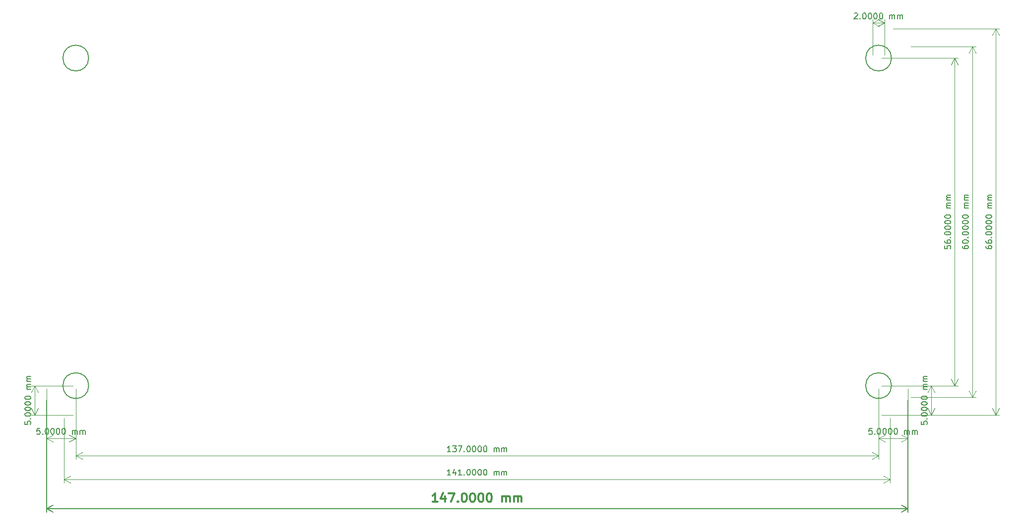
<source format=gbr>
%TF.GenerationSoftware,KiCad,Pcbnew,7.0.5*%
%TF.CreationDate,2023-09-20T17:29:03-06:00*%
%TF.ProjectId,TrustTracer_Rv1.28,54727573-7454-4726-9163-65725f527631,REV_1.28*%
%TF.SameCoordinates,Original*%
%TF.FileFunction,Other,Comment*%
%FSLAX46Y46*%
G04 Gerber Fmt 4.6, Leading zero omitted, Abs format (unit mm)*
G04 Created by KiCad (PCBNEW 7.0.5) date 2023-09-20 17:29:03*
%MOMM*%
%LPD*%
G01*
G04 APERTURE LIST*
%ADD10C,0.150000*%
%ADD11C,0.100000*%
%ADD12C,0.300000*%
%ADD13C,0.200000*%
G04 APERTURE END LIST*
D10*
X180304819Y-57142856D02*
X180304819Y-57333332D01*
X180304819Y-57333332D02*
X180352438Y-57428570D01*
X180352438Y-57428570D02*
X180400057Y-57476189D01*
X180400057Y-57476189D02*
X180542914Y-57571427D01*
X180542914Y-57571427D02*
X180733390Y-57619046D01*
X180733390Y-57619046D02*
X181114342Y-57619046D01*
X181114342Y-57619046D02*
X181209580Y-57571427D01*
X181209580Y-57571427D02*
X181257200Y-57523808D01*
X181257200Y-57523808D02*
X181304819Y-57428570D01*
X181304819Y-57428570D02*
X181304819Y-57238094D01*
X181304819Y-57238094D02*
X181257200Y-57142856D01*
X181257200Y-57142856D02*
X181209580Y-57095237D01*
X181209580Y-57095237D02*
X181114342Y-57047618D01*
X181114342Y-57047618D02*
X180876247Y-57047618D01*
X180876247Y-57047618D02*
X180781009Y-57095237D01*
X180781009Y-57095237D02*
X180733390Y-57142856D01*
X180733390Y-57142856D02*
X180685771Y-57238094D01*
X180685771Y-57238094D02*
X180685771Y-57428570D01*
X180685771Y-57428570D02*
X180733390Y-57523808D01*
X180733390Y-57523808D02*
X180781009Y-57571427D01*
X180781009Y-57571427D02*
X180876247Y-57619046D01*
X180304819Y-56190475D02*
X180304819Y-56380951D01*
X180304819Y-56380951D02*
X180352438Y-56476189D01*
X180352438Y-56476189D02*
X180400057Y-56523808D01*
X180400057Y-56523808D02*
X180542914Y-56619046D01*
X180542914Y-56619046D02*
X180733390Y-56666665D01*
X180733390Y-56666665D02*
X181114342Y-56666665D01*
X181114342Y-56666665D02*
X181209580Y-56619046D01*
X181209580Y-56619046D02*
X181257200Y-56571427D01*
X181257200Y-56571427D02*
X181304819Y-56476189D01*
X181304819Y-56476189D02*
X181304819Y-56285713D01*
X181304819Y-56285713D02*
X181257200Y-56190475D01*
X181257200Y-56190475D02*
X181209580Y-56142856D01*
X181209580Y-56142856D02*
X181114342Y-56095237D01*
X181114342Y-56095237D02*
X180876247Y-56095237D01*
X180876247Y-56095237D02*
X180781009Y-56142856D01*
X180781009Y-56142856D02*
X180733390Y-56190475D01*
X180733390Y-56190475D02*
X180685771Y-56285713D01*
X180685771Y-56285713D02*
X180685771Y-56476189D01*
X180685771Y-56476189D02*
X180733390Y-56571427D01*
X180733390Y-56571427D02*
X180781009Y-56619046D01*
X180781009Y-56619046D02*
X180876247Y-56666665D01*
X181209580Y-55666665D02*
X181257200Y-55619046D01*
X181257200Y-55619046D02*
X181304819Y-55666665D01*
X181304819Y-55666665D02*
X181257200Y-55714284D01*
X181257200Y-55714284D02*
X181209580Y-55666665D01*
X181209580Y-55666665D02*
X181304819Y-55666665D01*
X180304819Y-54999999D02*
X180304819Y-54904761D01*
X180304819Y-54904761D02*
X180352438Y-54809523D01*
X180352438Y-54809523D02*
X180400057Y-54761904D01*
X180400057Y-54761904D02*
X180495295Y-54714285D01*
X180495295Y-54714285D02*
X180685771Y-54666666D01*
X180685771Y-54666666D02*
X180923866Y-54666666D01*
X180923866Y-54666666D02*
X181114342Y-54714285D01*
X181114342Y-54714285D02*
X181209580Y-54761904D01*
X181209580Y-54761904D02*
X181257200Y-54809523D01*
X181257200Y-54809523D02*
X181304819Y-54904761D01*
X181304819Y-54904761D02*
X181304819Y-54999999D01*
X181304819Y-54999999D02*
X181257200Y-55095237D01*
X181257200Y-55095237D02*
X181209580Y-55142856D01*
X181209580Y-55142856D02*
X181114342Y-55190475D01*
X181114342Y-55190475D02*
X180923866Y-55238094D01*
X180923866Y-55238094D02*
X180685771Y-55238094D01*
X180685771Y-55238094D02*
X180495295Y-55190475D01*
X180495295Y-55190475D02*
X180400057Y-55142856D01*
X180400057Y-55142856D02*
X180352438Y-55095237D01*
X180352438Y-55095237D02*
X180304819Y-54999999D01*
X180304819Y-54047618D02*
X180304819Y-53952380D01*
X180304819Y-53952380D02*
X180352438Y-53857142D01*
X180352438Y-53857142D02*
X180400057Y-53809523D01*
X180400057Y-53809523D02*
X180495295Y-53761904D01*
X180495295Y-53761904D02*
X180685771Y-53714285D01*
X180685771Y-53714285D02*
X180923866Y-53714285D01*
X180923866Y-53714285D02*
X181114342Y-53761904D01*
X181114342Y-53761904D02*
X181209580Y-53809523D01*
X181209580Y-53809523D02*
X181257200Y-53857142D01*
X181257200Y-53857142D02*
X181304819Y-53952380D01*
X181304819Y-53952380D02*
X181304819Y-54047618D01*
X181304819Y-54047618D02*
X181257200Y-54142856D01*
X181257200Y-54142856D02*
X181209580Y-54190475D01*
X181209580Y-54190475D02*
X181114342Y-54238094D01*
X181114342Y-54238094D02*
X180923866Y-54285713D01*
X180923866Y-54285713D02*
X180685771Y-54285713D01*
X180685771Y-54285713D02*
X180495295Y-54238094D01*
X180495295Y-54238094D02*
X180400057Y-54190475D01*
X180400057Y-54190475D02*
X180352438Y-54142856D01*
X180352438Y-54142856D02*
X180304819Y-54047618D01*
X180304819Y-53095237D02*
X180304819Y-52999999D01*
X180304819Y-52999999D02*
X180352438Y-52904761D01*
X180352438Y-52904761D02*
X180400057Y-52857142D01*
X180400057Y-52857142D02*
X180495295Y-52809523D01*
X180495295Y-52809523D02*
X180685771Y-52761904D01*
X180685771Y-52761904D02*
X180923866Y-52761904D01*
X180923866Y-52761904D02*
X181114342Y-52809523D01*
X181114342Y-52809523D02*
X181209580Y-52857142D01*
X181209580Y-52857142D02*
X181257200Y-52904761D01*
X181257200Y-52904761D02*
X181304819Y-52999999D01*
X181304819Y-52999999D02*
X181304819Y-53095237D01*
X181304819Y-53095237D02*
X181257200Y-53190475D01*
X181257200Y-53190475D02*
X181209580Y-53238094D01*
X181209580Y-53238094D02*
X181114342Y-53285713D01*
X181114342Y-53285713D02*
X180923866Y-53333332D01*
X180923866Y-53333332D02*
X180685771Y-53333332D01*
X180685771Y-53333332D02*
X180495295Y-53285713D01*
X180495295Y-53285713D02*
X180400057Y-53238094D01*
X180400057Y-53238094D02*
X180352438Y-53190475D01*
X180352438Y-53190475D02*
X180304819Y-53095237D01*
X180304819Y-52142856D02*
X180304819Y-52047618D01*
X180304819Y-52047618D02*
X180352438Y-51952380D01*
X180352438Y-51952380D02*
X180400057Y-51904761D01*
X180400057Y-51904761D02*
X180495295Y-51857142D01*
X180495295Y-51857142D02*
X180685771Y-51809523D01*
X180685771Y-51809523D02*
X180923866Y-51809523D01*
X180923866Y-51809523D02*
X181114342Y-51857142D01*
X181114342Y-51857142D02*
X181209580Y-51904761D01*
X181209580Y-51904761D02*
X181257200Y-51952380D01*
X181257200Y-51952380D02*
X181304819Y-52047618D01*
X181304819Y-52047618D02*
X181304819Y-52142856D01*
X181304819Y-52142856D02*
X181257200Y-52238094D01*
X181257200Y-52238094D02*
X181209580Y-52285713D01*
X181209580Y-52285713D02*
X181114342Y-52333332D01*
X181114342Y-52333332D02*
X180923866Y-52380951D01*
X180923866Y-52380951D02*
X180685771Y-52380951D01*
X180685771Y-52380951D02*
X180495295Y-52333332D01*
X180495295Y-52333332D02*
X180400057Y-52285713D01*
X180400057Y-52285713D02*
X180352438Y-52238094D01*
X180352438Y-52238094D02*
X180304819Y-52142856D01*
X181304819Y-50619046D02*
X180638152Y-50619046D01*
X180733390Y-50619046D02*
X180685771Y-50571427D01*
X180685771Y-50571427D02*
X180638152Y-50476189D01*
X180638152Y-50476189D02*
X180638152Y-50333332D01*
X180638152Y-50333332D02*
X180685771Y-50238094D01*
X180685771Y-50238094D02*
X180781009Y-50190475D01*
X180781009Y-50190475D02*
X181304819Y-50190475D01*
X180781009Y-50190475D02*
X180685771Y-50142856D01*
X180685771Y-50142856D02*
X180638152Y-50047618D01*
X180638152Y-50047618D02*
X180638152Y-49904761D01*
X180638152Y-49904761D02*
X180685771Y-49809522D01*
X180685771Y-49809522D02*
X180781009Y-49761903D01*
X180781009Y-49761903D02*
X181304819Y-49761903D01*
X181304819Y-49285713D02*
X180638152Y-49285713D01*
X180733390Y-49285713D02*
X180685771Y-49238094D01*
X180685771Y-49238094D02*
X180638152Y-49142856D01*
X180638152Y-49142856D02*
X180638152Y-48999999D01*
X180638152Y-48999999D02*
X180685771Y-48904761D01*
X180685771Y-48904761D02*
X180781009Y-48857142D01*
X180781009Y-48857142D02*
X181304819Y-48857142D01*
X180781009Y-48857142D02*
X180685771Y-48809523D01*
X180685771Y-48809523D02*
X180638152Y-48714285D01*
X180638152Y-48714285D02*
X180638152Y-48571428D01*
X180638152Y-48571428D02*
X180685771Y-48476189D01*
X180685771Y-48476189D02*
X180781009Y-48428570D01*
X180781009Y-48428570D02*
X181304819Y-48428570D01*
D11*
X164500000Y-20000000D02*
X182586420Y-20000000D01*
X164500000Y-86000000D02*
X182586420Y-86000000D01*
X182000000Y-20000000D02*
X182000000Y-86000000D01*
X182000000Y-20000000D02*
X182000000Y-86000000D01*
X182000000Y-20000000D02*
X182586421Y-21126504D01*
X182000000Y-20000000D02*
X181413579Y-21126504D01*
X182000000Y-86000000D02*
X181413579Y-84873496D01*
X182000000Y-86000000D02*
X182586421Y-84873496D01*
D10*
X88976190Y-92304819D02*
X88404762Y-92304819D01*
X88690476Y-92304819D02*
X88690476Y-91304819D01*
X88690476Y-91304819D02*
X88595238Y-91447676D01*
X88595238Y-91447676D02*
X88500000Y-91542914D01*
X88500000Y-91542914D02*
X88404762Y-91590533D01*
X89309524Y-91304819D02*
X89928571Y-91304819D01*
X89928571Y-91304819D02*
X89595238Y-91685771D01*
X89595238Y-91685771D02*
X89738095Y-91685771D01*
X89738095Y-91685771D02*
X89833333Y-91733390D01*
X89833333Y-91733390D02*
X89880952Y-91781009D01*
X89880952Y-91781009D02*
X89928571Y-91876247D01*
X89928571Y-91876247D02*
X89928571Y-92114342D01*
X89928571Y-92114342D02*
X89880952Y-92209580D01*
X89880952Y-92209580D02*
X89833333Y-92257200D01*
X89833333Y-92257200D02*
X89738095Y-92304819D01*
X89738095Y-92304819D02*
X89452381Y-92304819D01*
X89452381Y-92304819D02*
X89357143Y-92257200D01*
X89357143Y-92257200D02*
X89309524Y-92209580D01*
X90261905Y-91304819D02*
X90928571Y-91304819D01*
X90928571Y-91304819D02*
X90500000Y-92304819D01*
X91309524Y-92209580D02*
X91357143Y-92257200D01*
X91357143Y-92257200D02*
X91309524Y-92304819D01*
X91309524Y-92304819D02*
X91261905Y-92257200D01*
X91261905Y-92257200D02*
X91309524Y-92209580D01*
X91309524Y-92209580D02*
X91309524Y-92304819D01*
X91976190Y-91304819D02*
X92071428Y-91304819D01*
X92071428Y-91304819D02*
X92166666Y-91352438D01*
X92166666Y-91352438D02*
X92214285Y-91400057D01*
X92214285Y-91400057D02*
X92261904Y-91495295D01*
X92261904Y-91495295D02*
X92309523Y-91685771D01*
X92309523Y-91685771D02*
X92309523Y-91923866D01*
X92309523Y-91923866D02*
X92261904Y-92114342D01*
X92261904Y-92114342D02*
X92214285Y-92209580D01*
X92214285Y-92209580D02*
X92166666Y-92257200D01*
X92166666Y-92257200D02*
X92071428Y-92304819D01*
X92071428Y-92304819D02*
X91976190Y-92304819D01*
X91976190Y-92304819D02*
X91880952Y-92257200D01*
X91880952Y-92257200D02*
X91833333Y-92209580D01*
X91833333Y-92209580D02*
X91785714Y-92114342D01*
X91785714Y-92114342D02*
X91738095Y-91923866D01*
X91738095Y-91923866D02*
X91738095Y-91685771D01*
X91738095Y-91685771D02*
X91785714Y-91495295D01*
X91785714Y-91495295D02*
X91833333Y-91400057D01*
X91833333Y-91400057D02*
X91880952Y-91352438D01*
X91880952Y-91352438D02*
X91976190Y-91304819D01*
X92928571Y-91304819D02*
X93023809Y-91304819D01*
X93023809Y-91304819D02*
X93119047Y-91352438D01*
X93119047Y-91352438D02*
X93166666Y-91400057D01*
X93166666Y-91400057D02*
X93214285Y-91495295D01*
X93214285Y-91495295D02*
X93261904Y-91685771D01*
X93261904Y-91685771D02*
X93261904Y-91923866D01*
X93261904Y-91923866D02*
X93214285Y-92114342D01*
X93214285Y-92114342D02*
X93166666Y-92209580D01*
X93166666Y-92209580D02*
X93119047Y-92257200D01*
X93119047Y-92257200D02*
X93023809Y-92304819D01*
X93023809Y-92304819D02*
X92928571Y-92304819D01*
X92928571Y-92304819D02*
X92833333Y-92257200D01*
X92833333Y-92257200D02*
X92785714Y-92209580D01*
X92785714Y-92209580D02*
X92738095Y-92114342D01*
X92738095Y-92114342D02*
X92690476Y-91923866D01*
X92690476Y-91923866D02*
X92690476Y-91685771D01*
X92690476Y-91685771D02*
X92738095Y-91495295D01*
X92738095Y-91495295D02*
X92785714Y-91400057D01*
X92785714Y-91400057D02*
X92833333Y-91352438D01*
X92833333Y-91352438D02*
X92928571Y-91304819D01*
X93880952Y-91304819D02*
X93976190Y-91304819D01*
X93976190Y-91304819D02*
X94071428Y-91352438D01*
X94071428Y-91352438D02*
X94119047Y-91400057D01*
X94119047Y-91400057D02*
X94166666Y-91495295D01*
X94166666Y-91495295D02*
X94214285Y-91685771D01*
X94214285Y-91685771D02*
X94214285Y-91923866D01*
X94214285Y-91923866D02*
X94166666Y-92114342D01*
X94166666Y-92114342D02*
X94119047Y-92209580D01*
X94119047Y-92209580D02*
X94071428Y-92257200D01*
X94071428Y-92257200D02*
X93976190Y-92304819D01*
X93976190Y-92304819D02*
X93880952Y-92304819D01*
X93880952Y-92304819D02*
X93785714Y-92257200D01*
X93785714Y-92257200D02*
X93738095Y-92209580D01*
X93738095Y-92209580D02*
X93690476Y-92114342D01*
X93690476Y-92114342D02*
X93642857Y-91923866D01*
X93642857Y-91923866D02*
X93642857Y-91685771D01*
X93642857Y-91685771D02*
X93690476Y-91495295D01*
X93690476Y-91495295D02*
X93738095Y-91400057D01*
X93738095Y-91400057D02*
X93785714Y-91352438D01*
X93785714Y-91352438D02*
X93880952Y-91304819D01*
X94833333Y-91304819D02*
X94928571Y-91304819D01*
X94928571Y-91304819D02*
X95023809Y-91352438D01*
X95023809Y-91352438D02*
X95071428Y-91400057D01*
X95071428Y-91400057D02*
X95119047Y-91495295D01*
X95119047Y-91495295D02*
X95166666Y-91685771D01*
X95166666Y-91685771D02*
X95166666Y-91923866D01*
X95166666Y-91923866D02*
X95119047Y-92114342D01*
X95119047Y-92114342D02*
X95071428Y-92209580D01*
X95071428Y-92209580D02*
X95023809Y-92257200D01*
X95023809Y-92257200D02*
X94928571Y-92304819D01*
X94928571Y-92304819D02*
X94833333Y-92304819D01*
X94833333Y-92304819D02*
X94738095Y-92257200D01*
X94738095Y-92257200D02*
X94690476Y-92209580D01*
X94690476Y-92209580D02*
X94642857Y-92114342D01*
X94642857Y-92114342D02*
X94595238Y-91923866D01*
X94595238Y-91923866D02*
X94595238Y-91685771D01*
X94595238Y-91685771D02*
X94642857Y-91495295D01*
X94642857Y-91495295D02*
X94690476Y-91400057D01*
X94690476Y-91400057D02*
X94738095Y-91352438D01*
X94738095Y-91352438D02*
X94833333Y-91304819D01*
X96357143Y-92304819D02*
X96357143Y-91638152D01*
X96357143Y-91733390D02*
X96404762Y-91685771D01*
X96404762Y-91685771D02*
X96500000Y-91638152D01*
X96500000Y-91638152D02*
X96642857Y-91638152D01*
X96642857Y-91638152D02*
X96738095Y-91685771D01*
X96738095Y-91685771D02*
X96785714Y-91781009D01*
X96785714Y-91781009D02*
X96785714Y-92304819D01*
X96785714Y-91781009D02*
X96833333Y-91685771D01*
X96833333Y-91685771D02*
X96928571Y-91638152D01*
X96928571Y-91638152D02*
X97071428Y-91638152D01*
X97071428Y-91638152D02*
X97166667Y-91685771D01*
X97166667Y-91685771D02*
X97214286Y-91781009D01*
X97214286Y-91781009D02*
X97214286Y-92304819D01*
X97690476Y-92304819D02*
X97690476Y-91638152D01*
X97690476Y-91733390D02*
X97738095Y-91685771D01*
X97738095Y-91685771D02*
X97833333Y-91638152D01*
X97833333Y-91638152D02*
X97976190Y-91638152D01*
X97976190Y-91638152D02*
X98071428Y-91685771D01*
X98071428Y-91685771D02*
X98119047Y-91781009D01*
X98119047Y-91781009D02*
X98119047Y-92304819D01*
X98119047Y-91781009D02*
X98166666Y-91685771D01*
X98166666Y-91685771D02*
X98261904Y-91638152D01*
X98261904Y-91638152D02*
X98404761Y-91638152D01*
X98404761Y-91638152D02*
X98500000Y-91685771D01*
X98500000Y-91685771D02*
X98547619Y-91781009D01*
X98547619Y-91781009D02*
X98547619Y-92304819D01*
D11*
X162000000Y-81500000D02*
X162000000Y-93586420D01*
X25000000Y-81500000D02*
X25000000Y-93586420D01*
X162000000Y-93000000D02*
X25000000Y-93000000D01*
X162000000Y-93000000D02*
X25000000Y-93000000D01*
X162000000Y-93000000D02*
X160873496Y-93586421D01*
X162000000Y-93000000D02*
X160873496Y-92413579D01*
X25000000Y-93000000D02*
X26126504Y-92413579D01*
X25000000Y-93000000D02*
X26126504Y-93586421D01*
D10*
X16304819Y-87119047D02*
X16304819Y-87595237D01*
X16304819Y-87595237D02*
X16781009Y-87642856D01*
X16781009Y-87642856D02*
X16733390Y-87595237D01*
X16733390Y-87595237D02*
X16685771Y-87499999D01*
X16685771Y-87499999D02*
X16685771Y-87261904D01*
X16685771Y-87261904D02*
X16733390Y-87166666D01*
X16733390Y-87166666D02*
X16781009Y-87119047D01*
X16781009Y-87119047D02*
X16876247Y-87071428D01*
X16876247Y-87071428D02*
X17114342Y-87071428D01*
X17114342Y-87071428D02*
X17209580Y-87119047D01*
X17209580Y-87119047D02*
X17257200Y-87166666D01*
X17257200Y-87166666D02*
X17304819Y-87261904D01*
X17304819Y-87261904D02*
X17304819Y-87499999D01*
X17304819Y-87499999D02*
X17257200Y-87595237D01*
X17257200Y-87595237D02*
X17209580Y-87642856D01*
X17209580Y-86642856D02*
X17257200Y-86595237D01*
X17257200Y-86595237D02*
X17304819Y-86642856D01*
X17304819Y-86642856D02*
X17257200Y-86690475D01*
X17257200Y-86690475D02*
X17209580Y-86642856D01*
X17209580Y-86642856D02*
X17304819Y-86642856D01*
X16304819Y-85976190D02*
X16304819Y-85880952D01*
X16304819Y-85880952D02*
X16352438Y-85785714D01*
X16352438Y-85785714D02*
X16400057Y-85738095D01*
X16400057Y-85738095D02*
X16495295Y-85690476D01*
X16495295Y-85690476D02*
X16685771Y-85642857D01*
X16685771Y-85642857D02*
X16923866Y-85642857D01*
X16923866Y-85642857D02*
X17114342Y-85690476D01*
X17114342Y-85690476D02*
X17209580Y-85738095D01*
X17209580Y-85738095D02*
X17257200Y-85785714D01*
X17257200Y-85785714D02*
X17304819Y-85880952D01*
X17304819Y-85880952D02*
X17304819Y-85976190D01*
X17304819Y-85976190D02*
X17257200Y-86071428D01*
X17257200Y-86071428D02*
X17209580Y-86119047D01*
X17209580Y-86119047D02*
X17114342Y-86166666D01*
X17114342Y-86166666D02*
X16923866Y-86214285D01*
X16923866Y-86214285D02*
X16685771Y-86214285D01*
X16685771Y-86214285D02*
X16495295Y-86166666D01*
X16495295Y-86166666D02*
X16400057Y-86119047D01*
X16400057Y-86119047D02*
X16352438Y-86071428D01*
X16352438Y-86071428D02*
X16304819Y-85976190D01*
X16304819Y-85023809D02*
X16304819Y-84928571D01*
X16304819Y-84928571D02*
X16352438Y-84833333D01*
X16352438Y-84833333D02*
X16400057Y-84785714D01*
X16400057Y-84785714D02*
X16495295Y-84738095D01*
X16495295Y-84738095D02*
X16685771Y-84690476D01*
X16685771Y-84690476D02*
X16923866Y-84690476D01*
X16923866Y-84690476D02*
X17114342Y-84738095D01*
X17114342Y-84738095D02*
X17209580Y-84785714D01*
X17209580Y-84785714D02*
X17257200Y-84833333D01*
X17257200Y-84833333D02*
X17304819Y-84928571D01*
X17304819Y-84928571D02*
X17304819Y-85023809D01*
X17304819Y-85023809D02*
X17257200Y-85119047D01*
X17257200Y-85119047D02*
X17209580Y-85166666D01*
X17209580Y-85166666D02*
X17114342Y-85214285D01*
X17114342Y-85214285D02*
X16923866Y-85261904D01*
X16923866Y-85261904D02*
X16685771Y-85261904D01*
X16685771Y-85261904D02*
X16495295Y-85214285D01*
X16495295Y-85214285D02*
X16400057Y-85166666D01*
X16400057Y-85166666D02*
X16352438Y-85119047D01*
X16352438Y-85119047D02*
X16304819Y-85023809D01*
X16304819Y-84071428D02*
X16304819Y-83976190D01*
X16304819Y-83976190D02*
X16352438Y-83880952D01*
X16352438Y-83880952D02*
X16400057Y-83833333D01*
X16400057Y-83833333D02*
X16495295Y-83785714D01*
X16495295Y-83785714D02*
X16685771Y-83738095D01*
X16685771Y-83738095D02*
X16923866Y-83738095D01*
X16923866Y-83738095D02*
X17114342Y-83785714D01*
X17114342Y-83785714D02*
X17209580Y-83833333D01*
X17209580Y-83833333D02*
X17257200Y-83880952D01*
X17257200Y-83880952D02*
X17304819Y-83976190D01*
X17304819Y-83976190D02*
X17304819Y-84071428D01*
X17304819Y-84071428D02*
X17257200Y-84166666D01*
X17257200Y-84166666D02*
X17209580Y-84214285D01*
X17209580Y-84214285D02*
X17114342Y-84261904D01*
X17114342Y-84261904D02*
X16923866Y-84309523D01*
X16923866Y-84309523D02*
X16685771Y-84309523D01*
X16685771Y-84309523D02*
X16495295Y-84261904D01*
X16495295Y-84261904D02*
X16400057Y-84214285D01*
X16400057Y-84214285D02*
X16352438Y-84166666D01*
X16352438Y-84166666D02*
X16304819Y-84071428D01*
X16304819Y-83119047D02*
X16304819Y-83023809D01*
X16304819Y-83023809D02*
X16352438Y-82928571D01*
X16352438Y-82928571D02*
X16400057Y-82880952D01*
X16400057Y-82880952D02*
X16495295Y-82833333D01*
X16495295Y-82833333D02*
X16685771Y-82785714D01*
X16685771Y-82785714D02*
X16923866Y-82785714D01*
X16923866Y-82785714D02*
X17114342Y-82833333D01*
X17114342Y-82833333D02*
X17209580Y-82880952D01*
X17209580Y-82880952D02*
X17257200Y-82928571D01*
X17257200Y-82928571D02*
X17304819Y-83023809D01*
X17304819Y-83023809D02*
X17304819Y-83119047D01*
X17304819Y-83119047D02*
X17257200Y-83214285D01*
X17257200Y-83214285D02*
X17209580Y-83261904D01*
X17209580Y-83261904D02*
X17114342Y-83309523D01*
X17114342Y-83309523D02*
X16923866Y-83357142D01*
X16923866Y-83357142D02*
X16685771Y-83357142D01*
X16685771Y-83357142D02*
X16495295Y-83309523D01*
X16495295Y-83309523D02*
X16400057Y-83261904D01*
X16400057Y-83261904D02*
X16352438Y-83214285D01*
X16352438Y-83214285D02*
X16304819Y-83119047D01*
X17304819Y-81595237D02*
X16638152Y-81595237D01*
X16733390Y-81595237D02*
X16685771Y-81547618D01*
X16685771Y-81547618D02*
X16638152Y-81452380D01*
X16638152Y-81452380D02*
X16638152Y-81309523D01*
X16638152Y-81309523D02*
X16685771Y-81214285D01*
X16685771Y-81214285D02*
X16781009Y-81166666D01*
X16781009Y-81166666D02*
X17304819Y-81166666D01*
X16781009Y-81166666D02*
X16685771Y-81119047D01*
X16685771Y-81119047D02*
X16638152Y-81023809D01*
X16638152Y-81023809D02*
X16638152Y-80880952D01*
X16638152Y-80880952D02*
X16685771Y-80785713D01*
X16685771Y-80785713D02*
X16781009Y-80738094D01*
X16781009Y-80738094D02*
X17304819Y-80738094D01*
X17304819Y-80261904D02*
X16638152Y-80261904D01*
X16733390Y-80261904D02*
X16685771Y-80214285D01*
X16685771Y-80214285D02*
X16638152Y-80119047D01*
X16638152Y-80119047D02*
X16638152Y-79976190D01*
X16638152Y-79976190D02*
X16685771Y-79880952D01*
X16685771Y-79880952D02*
X16781009Y-79833333D01*
X16781009Y-79833333D02*
X17304819Y-79833333D01*
X16781009Y-79833333D02*
X16685771Y-79785714D01*
X16685771Y-79785714D02*
X16638152Y-79690476D01*
X16638152Y-79690476D02*
X16638152Y-79547619D01*
X16638152Y-79547619D02*
X16685771Y-79452380D01*
X16685771Y-79452380D02*
X16781009Y-79404761D01*
X16781009Y-79404761D02*
X17304819Y-79404761D01*
D11*
X24500000Y-81000000D02*
X17413580Y-81000000D01*
X24500000Y-86000000D02*
X17413580Y-86000000D01*
X18000000Y-81000000D02*
X18000000Y-86000000D01*
X18000000Y-81000000D02*
X18000000Y-86000000D01*
X18000000Y-81000000D02*
X18586421Y-82126504D01*
X18000000Y-81000000D02*
X17413579Y-82126504D01*
X18000000Y-86000000D02*
X17413579Y-84873496D01*
X18000000Y-86000000D02*
X18586421Y-84873496D01*
D10*
X169304819Y-87119047D02*
X169304819Y-87595237D01*
X169304819Y-87595237D02*
X169781009Y-87642856D01*
X169781009Y-87642856D02*
X169733390Y-87595237D01*
X169733390Y-87595237D02*
X169685771Y-87499999D01*
X169685771Y-87499999D02*
X169685771Y-87261904D01*
X169685771Y-87261904D02*
X169733390Y-87166666D01*
X169733390Y-87166666D02*
X169781009Y-87119047D01*
X169781009Y-87119047D02*
X169876247Y-87071428D01*
X169876247Y-87071428D02*
X170114342Y-87071428D01*
X170114342Y-87071428D02*
X170209580Y-87119047D01*
X170209580Y-87119047D02*
X170257200Y-87166666D01*
X170257200Y-87166666D02*
X170304819Y-87261904D01*
X170304819Y-87261904D02*
X170304819Y-87499999D01*
X170304819Y-87499999D02*
X170257200Y-87595237D01*
X170257200Y-87595237D02*
X170209580Y-87642856D01*
X170209580Y-86642856D02*
X170257200Y-86595237D01*
X170257200Y-86595237D02*
X170304819Y-86642856D01*
X170304819Y-86642856D02*
X170257200Y-86690475D01*
X170257200Y-86690475D02*
X170209580Y-86642856D01*
X170209580Y-86642856D02*
X170304819Y-86642856D01*
X169304819Y-85976190D02*
X169304819Y-85880952D01*
X169304819Y-85880952D02*
X169352438Y-85785714D01*
X169352438Y-85785714D02*
X169400057Y-85738095D01*
X169400057Y-85738095D02*
X169495295Y-85690476D01*
X169495295Y-85690476D02*
X169685771Y-85642857D01*
X169685771Y-85642857D02*
X169923866Y-85642857D01*
X169923866Y-85642857D02*
X170114342Y-85690476D01*
X170114342Y-85690476D02*
X170209580Y-85738095D01*
X170209580Y-85738095D02*
X170257200Y-85785714D01*
X170257200Y-85785714D02*
X170304819Y-85880952D01*
X170304819Y-85880952D02*
X170304819Y-85976190D01*
X170304819Y-85976190D02*
X170257200Y-86071428D01*
X170257200Y-86071428D02*
X170209580Y-86119047D01*
X170209580Y-86119047D02*
X170114342Y-86166666D01*
X170114342Y-86166666D02*
X169923866Y-86214285D01*
X169923866Y-86214285D02*
X169685771Y-86214285D01*
X169685771Y-86214285D02*
X169495295Y-86166666D01*
X169495295Y-86166666D02*
X169400057Y-86119047D01*
X169400057Y-86119047D02*
X169352438Y-86071428D01*
X169352438Y-86071428D02*
X169304819Y-85976190D01*
X169304819Y-85023809D02*
X169304819Y-84928571D01*
X169304819Y-84928571D02*
X169352438Y-84833333D01*
X169352438Y-84833333D02*
X169400057Y-84785714D01*
X169400057Y-84785714D02*
X169495295Y-84738095D01*
X169495295Y-84738095D02*
X169685771Y-84690476D01*
X169685771Y-84690476D02*
X169923866Y-84690476D01*
X169923866Y-84690476D02*
X170114342Y-84738095D01*
X170114342Y-84738095D02*
X170209580Y-84785714D01*
X170209580Y-84785714D02*
X170257200Y-84833333D01*
X170257200Y-84833333D02*
X170304819Y-84928571D01*
X170304819Y-84928571D02*
X170304819Y-85023809D01*
X170304819Y-85023809D02*
X170257200Y-85119047D01*
X170257200Y-85119047D02*
X170209580Y-85166666D01*
X170209580Y-85166666D02*
X170114342Y-85214285D01*
X170114342Y-85214285D02*
X169923866Y-85261904D01*
X169923866Y-85261904D02*
X169685771Y-85261904D01*
X169685771Y-85261904D02*
X169495295Y-85214285D01*
X169495295Y-85214285D02*
X169400057Y-85166666D01*
X169400057Y-85166666D02*
X169352438Y-85119047D01*
X169352438Y-85119047D02*
X169304819Y-85023809D01*
X169304819Y-84071428D02*
X169304819Y-83976190D01*
X169304819Y-83976190D02*
X169352438Y-83880952D01*
X169352438Y-83880952D02*
X169400057Y-83833333D01*
X169400057Y-83833333D02*
X169495295Y-83785714D01*
X169495295Y-83785714D02*
X169685771Y-83738095D01*
X169685771Y-83738095D02*
X169923866Y-83738095D01*
X169923866Y-83738095D02*
X170114342Y-83785714D01*
X170114342Y-83785714D02*
X170209580Y-83833333D01*
X170209580Y-83833333D02*
X170257200Y-83880952D01*
X170257200Y-83880952D02*
X170304819Y-83976190D01*
X170304819Y-83976190D02*
X170304819Y-84071428D01*
X170304819Y-84071428D02*
X170257200Y-84166666D01*
X170257200Y-84166666D02*
X170209580Y-84214285D01*
X170209580Y-84214285D02*
X170114342Y-84261904D01*
X170114342Y-84261904D02*
X169923866Y-84309523D01*
X169923866Y-84309523D02*
X169685771Y-84309523D01*
X169685771Y-84309523D02*
X169495295Y-84261904D01*
X169495295Y-84261904D02*
X169400057Y-84214285D01*
X169400057Y-84214285D02*
X169352438Y-84166666D01*
X169352438Y-84166666D02*
X169304819Y-84071428D01*
X169304819Y-83119047D02*
X169304819Y-83023809D01*
X169304819Y-83023809D02*
X169352438Y-82928571D01*
X169352438Y-82928571D02*
X169400057Y-82880952D01*
X169400057Y-82880952D02*
X169495295Y-82833333D01*
X169495295Y-82833333D02*
X169685771Y-82785714D01*
X169685771Y-82785714D02*
X169923866Y-82785714D01*
X169923866Y-82785714D02*
X170114342Y-82833333D01*
X170114342Y-82833333D02*
X170209580Y-82880952D01*
X170209580Y-82880952D02*
X170257200Y-82928571D01*
X170257200Y-82928571D02*
X170304819Y-83023809D01*
X170304819Y-83023809D02*
X170304819Y-83119047D01*
X170304819Y-83119047D02*
X170257200Y-83214285D01*
X170257200Y-83214285D02*
X170209580Y-83261904D01*
X170209580Y-83261904D02*
X170114342Y-83309523D01*
X170114342Y-83309523D02*
X169923866Y-83357142D01*
X169923866Y-83357142D02*
X169685771Y-83357142D01*
X169685771Y-83357142D02*
X169495295Y-83309523D01*
X169495295Y-83309523D02*
X169400057Y-83261904D01*
X169400057Y-83261904D02*
X169352438Y-83214285D01*
X169352438Y-83214285D02*
X169304819Y-83119047D01*
X170304819Y-81595237D02*
X169638152Y-81595237D01*
X169733390Y-81595237D02*
X169685771Y-81547618D01*
X169685771Y-81547618D02*
X169638152Y-81452380D01*
X169638152Y-81452380D02*
X169638152Y-81309523D01*
X169638152Y-81309523D02*
X169685771Y-81214285D01*
X169685771Y-81214285D02*
X169781009Y-81166666D01*
X169781009Y-81166666D02*
X170304819Y-81166666D01*
X169781009Y-81166666D02*
X169685771Y-81119047D01*
X169685771Y-81119047D02*
X169638152Y-81023809D01*
X169638152Y-81023809D02*
X169638152Y-80880952D01*
X169638152Y-80880952D02*
X169685771Y-80785713D01*
X169685771Y-80785713D02*
X169781009Y-80738094D01*
X169781009Y-80738094D02*
X170304819Y-80738094D01*
X170304819Y-80261904D02*
X169638152Y-80261904D01*
X169733390Y-80261904D02*
X169685771Y-80214285D01*
X169685771Y-80214285D02*
X169638152Y-80119047D01*
X169638152Y-80119047D02*
X169638152Y-79976190D01*
X169638152Y-79976190D02*
X169685771Y-79880952D01*
X169685771Y-79880952D02*
X169781009Y-79833333D01*
X169781009Y-79833333D02*
X170304819Y-79833333D01*
X169781009Y-79833333D02*
X169685771Y-79785714D01*
X169685771Y-79785714D02*
X169638152Y-79690476D01*
X169638152Y-79690476D02*
X169638152Y-79547619D01*
X169638152Y-79547619D02*
X169685771Y-79452380D01*
X169685771Y-79452380D02*
X169781009Y-79404761D01*
X169781009Y-79404761D02*
X170304819Y-79404761D01*
D11*
X162500000Y-81000000D02*
X171586420Y-81000000D01*
X162500000Y-86000000D02*
X171586420Y-86000000D01*
X171000000Y-81000000D02*
X171000000Y-86000000D01*
X171000000Y-81000000D02*
X171000000Y-86000000D01*
X171000000Y-81000000D02*
X171586421Y-82126504D01*
X171000000Y-81000000D02*
X170413579Y-82126504D01*
X171000000Y-86000000D02*
X170413579Y-84873496D01*
X171000000Y-86000000D02*
X171586421Y-84873496D01*
D12*
X86714287Y-100878328D02*
X85857144Y-100878328D01*
X86285715Y-100878328D02*
X86285715Y-99378328D01*
X86285715Y-99378328D02*
X86142858Y-99592614D01*
X86142858Y-99592614D02*
X86000001Y-99735471D01*
X86000001Y-99735471D02*
X85857144Y-99806900D01*
X88000001Y-99878328D02*
X88000001Y-100878328D01*
X87642858Y-99306900D02*
X87285715Y-100378328D01*
X87285715Y-100378328D02*
X88214286Y-100378328D01*
X88642857Y-99378328D02*
X89642857Y-99378328D01*
X89642857Y-99378328D02*
X89000000Y-100878328D01*
X90214285Y-100735471D02*
X90285714Y-100806900D01*
X90285714Y-100806900D02*
X90214285Y-100878328D01*
X90214285Y-100878328D02*
X90142857Y-100806900D01*
X90142857Y-100806900D02*
X90214285Y-100735471D01*
X90214285Y-100735471D02*
X90214285Y-100878328D01*
X91214286Y-99378328D02*
X91357143Y-99378328D01*
X91357143Y-99378328D02*
X91500000Y-99449757D01*
X91500000Y-99449757D02*
X91571429Y-99521185D01*
X91571429Y-99521185D02*
X91642857Y-99664042D01*
X91642857Y-99664042D02*
X91714286Y-99949757D01*
X91714286Y-99949757D02*
X91714286Y-100306900D01*
X91714286Y-100306900D02*
X91642857Y-100592614D01*
X91642857Y-100592614D02*
X91571429Y-100735471D01*
X91571429Y-100735471D02*
X91500000Y-100806900D01*
X91500000Y-100806900D02*
X91357143Y-100878328D01*
X91357143Y-100878328D02*
X91214286Y-100878328D01*
X91214286Y-100878328D02*
X91071429Y-100806900D01*
X91071429Y-100806900D02*
X91000000Y-100735471D01*
X91000000Y-100735471D02*
X90928571Y-100592614D01*
X90928571Y-100592614D02*
X90857143Y-100306900D01*
X90857143Y-100306900D02*
X90857143Y-99949757D01*
X90857143Y-99949757D02*
X90928571Y-99664042D01*
X90928571Y-99664042D02*
X91000000Y-99521185D01*
X91000000Y-99521185D02*
X91071429Y-99449757D01*
X91071429Y-99449757D02*
X91214286Y-99378328D01*
X92642857Y-99378328D02*
X92785714Y-99378328D01*
X92785714Y-99378328D02*
X92928571Y-99449757D01*
X92928571Y-99449757D02*
X93000000Y-99521185D01*
X93000000Y-99521185D02*
X93071428Y-99664042D01*
X93071428Y-99664042D02*
X93142857Y-99949757D01*
X93142857Y-99949757D02*
X93142857Y-100306900D01*
X93142857Y-100306900D02*
X93071428Y-100592614D01*
X93071428Y-100592614D02*
X93000000Y-100735471D01*
X93000000Y-100735471D02*
X92928571Y-100806900D01*
X92928571Y-100806900D02*
X92785714Y-100878328D01*
X92785714Y-100878328D02*
X92642857Y-100878328D01*
X92642857Y-100878328D02*
X92500000Y-100806900D01*
X92500000Y-100806900D02*
X92428571Y-100735471D01*
X92428571Y-100735471D02*
X92357142Y-100592614D01*
X92357142Y-100592614D02*
X92285714Y-100306900D01*
X92285714Y-100306900D02*
X92285714Y-99949757D01*
X92285714Y-99949757D02*
X92357142Y-99664042D01*
X92357142Y-99664042D02*
X92428571Y-99521185D01*
X92428571Y-99521185D02*
X92500000Y-99449757D01*
X92500000Y-99449757D02*
X92642857Y-99378328D01*
X94071428Y-99378328D02*
X94214285Y-99378328D01*
X94214285Y-99378328D02*
X94357142Y-99449757D01*
X94357142Y-99449757D02*
X94428571Y-99521185D01*
X94428571Y-99521185D02*
X94499999Y-99664042D01*
X94499999Y-99664042D02*
X94571428Y-99949757D01*
X94571428Y-99949757D02*
X94571428Y-100306900D01*
X94571428Y-100306900D02*
X94499999Y-100592614D01*
X94499999Y-100592614D02*
X94428571Y-100735471D01*
X94428571Y-100735471D02*
X94357142Y-100806900D01*
X94357142Y-100806900D02*
X94214285Y-100878328D01*
X94214285Y-100878328D02*
X94071428Y-100878328D01*
X94071428Y-100878328D02*
X93928571Y-100806900D01*
X93928571Y-100806900D02*
X93857142Y-100735471D01*
X93857142Y-100735471D02*
X93785713Y-100592614D01*
X93785713Y-100592614D02*
X93714285Y-100306900D01*
X93714285Y-100306900D02*
X93714285Y-99949757D01*
X93714285Y-99949757D02*
X93785713Y-99664042D01*
X93785713Y-99664042D02*
X93857142Y-99521185D01*
X93857142Y-99521185D02*
X93928571Y-99449757D01*
X93928571Y-99449757D02*
X94071428Y-99378328D01*
X95499999Y-99378328D02*
X95642856Y-99378328D01*
X95642856Y-99378328D02*
X95785713Y-99449757D01*
X95785713Y-99449757D02*
X95857142Y-99521185D01*
X95857142Y-99521185D02*
X95928570Y-99664042D01*
X95928570Y-99664042D02*
X95999999Y-99949757D01*
X95999999Y-99949757D02*
X95999999Y-100306900D01*
X95999999Y-100306900D02*
X95928570Y-100592614D01*
X95928570Y-100592614D02*
X95857142Y-100735471D01*
X95857142Y-100735471D02*
X95785713Y-100806900D01*
X95785713Y-100806900D02*
X95642856Y-100878328D01*
X95642856Y-100878328D02*
X95499999Y-100878328D01*
X95499999Y-100878328D02*
X95357142Y-100806900D01*
X95357142Y-100806900D02*
X95285713Y-100735471D01*
X95285713Y-100735471D02*
X95214284Y-100592614D01*
X95214284Y-100592614D02*
X95142856Y-100306900D01*
X95142856Y-100306900D02*
X95142856Y-99949757D01*
X95142856Y-99949757D02*
X95214284Y-99664042D01*
X95214284Y-99664042D02*
X95285713Y-99521185D01*
X95285713Y-99521185D02*
X95357142Y-99449757D01*
X95357142Y-99449757D02*
X95499999Y-99378328D01*
X97785712Y-100878328D02*
X97785712Y-99878328D01*
X97785712Y-100021185D02*
X97857141Y-99949757D01*
X97857141Y-99949757D02*
X97999998Y-99878328D01*
X97999998Y-99878328D02*
X98214284Y-99878328D01*
X98214284Y-99878328D02*
X98357141Y-99949757D01*
X98357141Y-99949757D02*
X98428570Y-100092614D01*
X98428570Y-100092614D02*
X98428570Y-100878328D01*
X98428570Y-100092614D02*
X98499998Y-99949757D01*
X98499998Y-99949757D02*
X98642855Y-99878328D01*
X98642855Y-99878328D02*
X98857141Y-99878328D01*
X98857141Y-99878328D02*
X98999998Y-99949757D01*
X98999998Y-99949757D02*
X99071427Y-100092614D01*
X99071427Y-100092614D02*
X99071427Y-100878328D01*
X99785712Y-100878328D02*
X99785712Y-99878328D01*
X99785712Y-100021185D02*
X99857141Y-99949757D01*
X99857141Y-99949757D02*
X99999998Y-99878328D01*
X99999998Y-99878328D02*
X100214284Y-99878328D01*
X100214284Y-99878328D02*
X100357141Y-99949757D01*
X100357141Y-99949757D02*
X100428570Y-100092614D01*
X100428570Y-100092614D02*
X100428570Y-100878328D01*
X100428570Y-100092614D02*
X100499998Y-99949757D01*
X100499998Y-99949757D02*
X100642855Y-99878328D01*
X100642855Y-99878328D02*
X100857141Y-99878328D01*
X100857141Y-99878328D02*
X100999998Y-99949757D01*
X100999998Y-99949757D02*
X101071427Y-100092614D01*
X101071427Y-100092614D02*
X101071427Y-100878328D01*
D13*
X167000000Y-83500000D02*
X167000000Y-102586420D01*
X20000000Y-83500000D02*
X20000000Y-102586420D01*
X167000000Y-102000000D02*
X20000000Y-102000000D01*
X167000000Y-102000000D02*
X20000000Y-102000000D01*
X167000000Y-102000000D02*
X165873496Y-102586421D01*
X167000000Y-102000000D02*
X165873496Y-101413579D01*
X20000000Y-102000000D02*
X21126504Y-101413579D01*
X20000000Y-102000000D02*
X21126504Y-102586421D01*
D10*
X176304819Y-57142856D02*
X176304819Y-57333332D01*
X176304819Y-57333332D02*
X176352438Y-57428570D01*
X176352438Y-57428570D02*
X176400057Y-57476189D01*
X176400057Y-57476189D02*
X176542914Y-57571427D01*
X176542914Y-57571427D02*
X176733390Y-57619046D01*
X176733390Y-57619046D02*
X177114342Y-57619046D01*
X177114342Y-57619046D02*
X177209580Y-57571427D01*
X177209580Y-57571427D02*
X177257200Y-57523808D01*
X177257200Y-57523808D02*
X177304819Y-57428570D01*
X177304819Y-57428570D02*
X177304819Y-57238094D01*
X177304819Y-57238094D02*
X177257200Y-57142856D01*
X177257200Y-57142856D02*
X177209580Y-57095237D01*
X177209580Y-57095237D02*
X177114342Y-57047618D01*
X177114342Y-57047618D02*
X176876247Y-57047618D01*
X176876247Y-57047618D02*
X176781009Y-57095237D01*
X176781009Y-57095237D02*
X176733390Y-57142856D01*
X176733390Y-57142856D02*
X176685771Y-57238094D01*
X176685771Y-57238094D02*
X176685771Y-57428570D01*
X176685771Y-57428570D02*
X176733390Y-57523808D01*
X176733390Y-57523808D02*
X176781009Y-57571427D01*
X176781009Y-57571427D02*
X176876247Y-57619046D01*
X176304819Y-56428570D02*
X176304819Y-56333332D01*
X176304819Y-56333332D02*
X176352438Y-56238094D01*
X176352438Y-56238094D02*
X176400057Y-56190475D01*
X176400057Y-56190475D02*
X176495295Y-56142856D01*
X176495295Y-56142856D02*
X176685771Y-56095237D01*
X176685771Y-56095237D02*
X176923866Y-56095237D01*
X176923866Y-56095237D02*
X177114342Y-56142856D01*
X177114342Y-56142856D02*
X177209580Y-56190475D01*
X177209580Y-56190475D02*
X177257200Y-56238094D01*
X177257200Y-56238094D02*
X177304819Y-56333332D01*
X177304819Y-56333332D02*
X177304819Y-56428570D01*
X177304819Y-56428570D02*
X177257200Y-56523808D01*
X177257200Y-56523808D02*
X177209580Y-56571427D01*
X177209580Y-56571427D02*
X177114342Y-56619046D01*
X177114342Y-56619046D02*
X176923866Y-56666665D01*
X176923866Y-56666665D02*
X176685771Y-56666665D01*
X176685771Y-56666665D02*
X176495295Y-56619046D01*
X176495295Y-56619046D02*
X176400057Y-56571427D01*
X176400057Y-56571427D02*
X176352438Y-56523808D01*
X176352438Y-56523808D02*
X176304819Y-56428570D01*
X177209580Y-55666665D02*
X177257200Y-55619046D01*
X177257200Y-55619046D02*
X177304819Y-55666665D01*
X177304819Y-55666665D02*
X177257200Y-55714284D01*
X177257200Y-55714284D02*
X177209580Y-55666665D01*
X177209580Y-55666665D02*
X177304819Y-55666665D01*
X176304819Y-54999999D02*
X176304819Y-54904761D01*
X176304819Y-54904761D02*
X176352438Y-54809523D01*
X176352438Y-54809523D02*
X176400057Y-54761904D01*
X176400057Y-54761904D02*
X176495295Y-54714285D01*
X176495295Y-54714285D02*
X176685771Y-54666666D01*
X176685771Y-54666666D02*
X176923866Y-54666666D01*
X176923866Y-54666666D02*
X177114342Y-54714285D01*
X177114342Y-54714285D02*
X177209580Y-54761904D01*
X177209580Y-54761904D02*
X177257200Y-54809523D01*
X177257200Y-54809523D02*
X177304819Y-54904761D01*
X177304819Y-54904761D02*
X177304819Y-54999999D01*
X177304819Y-54999999D02*
X177257200Y-55095237D01*
X177257200Y-55095237D02*
X177209580Y-55142856D01*
X177209580Y-55142856D02*
X177114342Y-55190475D01*
X177114342Y-55190475D02*
X176923866Y-55238094D01*
X176923866Y-55238094D02*
X176685771Y-55238094D01*
X176685771Y-55238094D02*
X176495295Y-55190475D01*
X176495295Y-55190475D02*
X176400057Y-55142856D01*
X176400057Y-55142856D02*
X176352438Y-55095237D01*
X176352438Y-55095237D02*
X176304819Y-54999999D01*
X176304819Y-54047618D02*
X176304819Y-53952380D01*
X176304819Y-53952380D02*
X176352438Y-53857142D01*
X176352438Y-53857142D02*
X176400057Y-53809523D01*
X176400057Y-53809523D02*
X176495295Y-53761904D01*
X176495295Y-53761904D02*
X176685771Y-53714285D01*
X176685771Y-53714285D02*
X176923866Y-53714285D01*
X176923866Y-53714285D02*
X177114342Y-53761904D01*
X177114342Y-53761904D02*
X177209580Y-53809523D01*
X177209580Y-53809523D02*
X177257200Y-53857142D01*
X177257200Y-53857142D02*
X177304819Y-53952380D01*
X177304819Y-53952380D02*
X177304819Y-54047618D01*
X177304819Y-54047618D02*
X177257200Y-54142856D01*
X177257200Y-54142856D02*
X177209580Y-54190475D01*
X177209580Y-54190475D02*
X177114342Y-54238094D01*
X177114342Y-54238094D02*
X176923866Y-54285713D01*
X176923866Y-54285713D02*
X176685771Y-54285713D01*
X176685771Y-54285713D02*
X176495295Y-54238094D01*
X176495295Y-54238094D02*
X176400057Y-54190475D01*
X176400057Y-54190475D02*
X176352438Y-54142856D01*
X176352438Y-54142856D02*
X176304819Y-54047618D01*
X176304819Y-53095237D02*
X176304819Y-52999999D01*
X176304819Y-52999999D02*
X176352438Y-52904761D01*
X176352438Y-52904761D02*
X176400057Y-52857142D01*
X176400057Y-52857142D02*
X176495295Y-52809523D01*
X176495295Y-52809523D02*
X176685771Y-52761904D01*
X176685771Y-52761904D02*
X176923866Y-52761904D01*
X176923866Y-52761904D02*
X177114342Y-52809523D01*
X177114342Y-52809523D02*
X177209580Y-52857142D01*
X177209580Y-52857142D02*
X177257200Y-52904761D01*
X177257200Y-52904761D02*
X177304819Y-52999999D01*
X177304819Y-52999999D02*
X177304819Y-53095237D01*
X177304819Y-53095237D02*
X177257200Y-53190475D01*
X177257200Y-53190475D02*
X177209580Y-53238094D01*
X177209580Y-53238094D02*
X177114342Y-53285713D01*
X177114342Y-53285713D02*
X176923866Y-53333332D01*
X176923866Y-53333332D02*
X176685771Y-53333332D01*
X176685771Y-53333332D02*
X176495295Y-53285713D01*
X176495295Y-53285713D02*
X176400057Y-53238094D01*
X176400057Y-53238094D02*
X176352438Y-53190475D01*
X176352438Y-53190475D02*
X176304819Y-53095237D01*
X176304819Y-52142856D02*
X176304819Y-52047618D01*
X176304819Y-52047618D02*
X176352438Y-51952380D01*
X176352438Y-51952380D02*
X176400057Y-51904761D01*
X176400057Y-51904761D02*
X176495295Y-51857142D01*
X176495295Y-51857142D02*
X176685771Y-51809523D01*
X176685771Y-51809523D02*
X176923866Y-51809523D01*
X176923866Y-51809523D02*
X177114342Y-51857142D01*
X177114342Y-51857142D02*
X177209580Y-51904761D01*
X177209580Y-51904761D02*
X177257200Y-51952380D01*
X177257200Y-51952380D02*
X177304819Y-52047618D01*
X177304819Y-52047618D02*
X177304819Y-52142856D01*
X177304819Y-52142856D02*
X177257200Y-52238094D01*
X177257200Y-52238094D02*
X177209580Y-52285713D01*
X177209580Y-52285713D02*
X177114342Y-52333332D01*
X177114342Y-52333332D02*
X176923866Y-52380951D01*
X176923866Y-52380951D02*
X176685771Y-52380951D01*
X176685771Y-52380951D02*
X176495295Y-52333332D01*
X176495295Y-52333332D02*
X176400057Y-52285713D01*
X176400057Y-52285713D02*
X176352438Y-52238094D01*
X176352438Y-52238094D02*
X176304819Y-52142856D01*
X177304819Y-50619046D02*
X176638152Y-50619046D01*
X176733390Y-50619046D02*
X176685771Y-50571427D01*
X176685771Y-50571427D02*
X176638152Y-50476189D01*
X176638152Y-50476189D02*
X176638152Y-50333332D01*
X176638152Y-50333332D02*
X176685771Y-50238094D01*
X176685771Y-50238094D02*
X176781009Y-50190475D01*
X176781009Y-50190475D02*
X177304819Y-50190475D01*
X176781009Y-50190475D02*
X176685771Y-50142856D01*
X176685771Y-50142856D02*
X176638152Y-50047618D01*
X176638152Y-50047618D02*
X176638152Y-49904761D01*
X176638152Y-49904761D02*
X176685771Y-49809522D01*
X176685771Y-49809522D02*
X176781009Y-49761903D01*
X176781009Y-49761903D02*
X177304819Y-49761903D01*
X177304819Y-49285713D02*
X176638152Y-49285713D01*
X176733390Y-49285713D02*
X176685771Y-49238094D01*
X176685771Y-49238094D02*
X176638152Y-49142856D01*
X176638152Y-49142856D02*
X176638152Y-48999999D01*
X176638152Y-48999999D02*
X176685771Y-48904761D01*
X176685771Y-48904761D02*
X176781009Y-48857142D01*
X176781009Y-48857142D02*
X177304819Y-48857142D01*
X176781009Y-48857142D02*
X176685771Y-48809523D01*
X176685771Y-48809523D02*
X176638152Y-48714285D01*
X176638152Y-48714285D02*
X176638152Y-48571428D01*
X176638152Y-48571428D02*
X176685771Y-48476189D01*
X176685771Y-48476189D02*
X176781009Y-48428570D01*
X176781009Y-48428570D02*
X177304819Y-48428570D01*
D11*
X167500000Y-23000000D02*
X178586420Y-23000000D01*
X167500000Y-83000000D02*
X178586420Y-83000000D01*
X178000000Y-23000000D02*
X178000000Y-83000000D01*
X178000000Y-23000000D02*
X178000000Y-83000000D01*
X178000000Y-23000000D02*
X178586421Y-24126504D01*
X178000000Y-23000000D02*
X177413579Y-24126504D01*
X178000000Y-83000000D02*
X177413579Y-81873496D01*
X178000000Y-83000000D02*
X178586421Y-81873496D01*
D10*
X160880952Y-88304819D02*
X160404762Y-88304819D01*
X160404762Y-88304819D02*
X160357143Y-88781009D01*
X160357143Y-88781009D02*
X160404762Y-88733390D01*
X160404762Y-88733390D02*
X160500000Y-88685771D01*
X160500000Y-88685771D02*
X160738095Y-88685771D01*
X160738095Y-88685771D02*
X160833333Y-88733390D01*
X160833333Y-88733390D02*
X160880952Y-88781009D01*
X160880952Y-88781009D02*
X160928571Y-88876247D01*
X160928571Y-88876247D02*
X160928571Y-89114342D01*
X160928571Y-89114342D02*
X160880952Y-89209580D01*
X160880952Y-89209580D02*
X160833333Y-89257200D01*
X160833333Y-89257200D02*
X160738095Y-89304819D01*
X160738095Y-89304819D02*
X160500000Y-89304819D01*
X160500000Y-89304819D02*
X160404762Y-89257200D01*
X160404762Y-89257200D02*
X160357143Y-89209580D01*
X161357143Y-89209580D02*
X161404762Y-89257200D01*
X161404762Y-89257200D02*
X161357143Y-89304819D01*
X161357143Y-89304819D02*
X161309524Y-89257200D01*
X161309524Y-89257200D02*
X161357143Y-89209580D01*
X161357143Y-89209580D02*
X161357143Y-89304819D01*
X162023809Y-88304819D02*
X162119047Y-88304819D01*
X162119047Y-88304819D02*
X162214285Y-88352438D01*
X162214285Y-88352438D02*
X162261904Y-88400057D01*
X162261904Y-88400057D02*
X162309523Y-88495295D01*
X162309523Y-88495295D02*
X162357142Y-88685771D01*
X162357142Y-88685771D02*
X162357142Y-88923866D01*
X162357142Y-88923866D02*
X162309523Y-89114342D01*
X162309523Y-89114342D02*
X162261904Y-89209580D01*
X162261904Y-89209580D02*
X162214285Y-89257200D01*
X162214285Y-89257200D02*
X162119047Y-89304819D01*
X162119047Y-89304819D02*
X162023809Y-89304819D01*
X162023809Y-89304819D02*
X161928571Y-89257200D01*
X161928571Y-89257200D02*
X161880952Y-89209580D01*
X161880952Y-89209580D02*
X161833333Y-89114342D01*
X161833333Y-89114342D02*
X161785714Y-88923866D01*
X161785714Y-88923866D02*
X161785714Y-88685771D01*
X161785714Y-88685771D02*
X161833333Y-88495295D01*
X161833333Y-88495295D02*
X161880952Y-88400057D01*
X161880952Y-88400057D02*
X161928571Y-88352438D01*
X161928571Y-88352438D02*
X162023809Y-88304819D01*
X162976190Y-88304819D02*
X163071428Y-88304819D01*
X163071428Y-88304819D02*
X163166666Y-88352438D01*
X163166666Y-88352438D02*
X163214285Y-88400057D01*
X163214285Y-88400057D02*
X163261904Y-88495295D01*
X163261904Y-88495295D02*
X163309523Y-88685771D01*
X163309523Y-88685771D02*
X163309523Y-88923866D01*
X163309523Y-88923866D02*
X163261904Y-89114342D01*
X163261904Y-89114342D02*
X163214285Y-89209580D01*
X163214285Y-89209580D02*
X163166666Y-89257200D01*
X163166666Y-89257200D02*
X163071428Y-89304819D01*
X163071428Y-89304819D02*
X162976190Y-89304819D01*
X162976190Y-89304819D02*
X162880952Y-89257200D01*
X162880952Y-89257200D02*
X162833333Y-89209580D01*
X162833333Y-89209580D02*
X162785714Y-89114342D01*
X162785714Y-89114342D02*
X162738095Y-88923866D01*
X162738095Y-88923866D02*
X162738095Y-88685771D01*
X162738095Y-88685771D02*
X162785714Y-88495295D01*
X162785714Y-88495295D02*
X162833333Y-88400057D01*
X162833333Y-88400057D02*
X162880952Y-88352438D01*
X162880952Y-88352438D02*
X162976190Y-88304819D01*
X163928571Y-88304819D02*
X164023809Y-88304819D01*
X164023809Y-88304819D02*
X164119047Y-88352438D01*
X164119047Y-88352438D02*
X164166666Y-88400057D01*
X164166666Y-88400057D02*
X164214285Y-88495295D01*
X164214285Y-88495295D02*
X164261904Y-88685771D01*
X164261904Y-88685771D02*
X164261904Y-88923866D01*
X164261904Y-88923866D02*
X164214285Y-89114342D01*
X164214285Y-89114342D02*
X164166666Y-89209580D01*
X164166666Y-89209580D02*
X164119047Y-89257200D01*
X164119047Y-89257200D02*
X164023809Y-89304819D01*
X164023809Y-89304819D02*
X163928571Y-89304819D01*
X163928571Y-89304819D02*
X163833333Y-89257200D01*
X163833333Y-89257200D02*
X163785714Y-89209580D01*
X163785714Y-89209580D02*
X163738095Y-89114342D01*
X163738095Y-89114342D02*
X163690476Y-88923866D01*
X163690476Y-88923866D02*
X163690476Y-88685771D01*
X163690476Y-88685771D02*
X163738095Y-88495295D01*
X163738095Y-88495295D02*
X163785714Y-88400057D01*
X163785714Y-88400057D02*
X163833333Y-88352438D01*
X163833333Y-88352438D02*
X163928571Y-88304819D01*
X164880952Y-88304819D02*
X164976190Y-88304819D01*
X164976190Y-88304819D02*
X165071428Y-88352438D01*
X165071428Y-88352438D02*
X165119047Y-88400057D01*
X165119047Y-88400057D02*
X165166666Y-88495295D01*
X165166666Y-88495295D02*
X165214285Y-88685771D01*
X165214285Y-88685771D02*
X165214285Y-88923866D01*
X165214285Y-88923866D02*
X165166666Y-89114342D01*
X165166666Y-89114342D02*
X165119047Y-89209580D01*
X165119047Y-89209580D02*
X165071428Y-89257200D01*
X165071428Y-89257200D02*
X164976190Y-89304819D01*
X164976190Y-89304819D02*
X164880952Y-89304819D01*
X164880952Y-89304819D02*
X164785714Y-89257200D01*
X164785714Y-89257200D02*
X164738095Y-89209580D01*
X164738095Y-89209580D02*
X164690476Y-89114342D01*
X164690476Y-89114342D02*
X164642857Y-88923866D01*
X164642857Y-88923866D02*
X164642857Y-88685771D01*
X164642857Y-88685771D02*
X164690476Y-88495295D01*
X164690476Y-88495295D02*
X164738095Y-88400057D01*
X164738095Y-88400057D02*
X164785714Y-88352438D01*
X164785714Y-88352438D02*
X164880952Y-88304819D01*
X166404762Y-89304819D02*
X166404762Y-88638152D01*
X166404762Y-88733390D02*
X166452381Y-88685771D01*
X166452381Y-88685771D02*
X166547619Y-88638152D01*
X166547619Y-88638152D02*
X166690476Y-88638152D01*
X166690476Y-88638152D02*
X166785714Y-88685771D01*
X166785714Y-88685771D02*
X166833333Y-88781009D01*
X166833333Y-88781009D02*
X166833333Y-89304819D01*
X166833333Y-88781009D02*
X166880952Y-88685771D01*
X166880952Y-88685771D02*
X166976190Y-88638152D01*
X166976190Y-88638152D02*
X167119047Y-88638152D01*
X167119047Y-88638152D02*
X167214286Y-88685771D01*
X167214286Y-88685771D02*
X167261905Y-88781009D01*
X167261905Y-88781009D02*
X167261905Y-89304819D01*
X167738095Y-89304819D02*
X167738095Y-88638152D01*
X167738095Y-88733390D02*
X167785714Y-88685771D01*
X167785714Y-88685771D02*
X167880952Y-88638152D01*
X167880952Y-88638152D02*
X168023809Y-88638152D01*
X168023809Y-88638152D02*
X168119047Y-88685771D01*
X168119047Y-88685771D02*
X168166666Y-88781009D01*
X168166666Y-88781009D02*
X168166666Y-89304819D01*
X168166666Y-88781009D02*
X168214285Y-88685771D01*
X168214285Y-88685771D02*
X168309523Y-88638152D01*
X168309523Y-88638152D02*
X168452380Y-88638152D01*
X168452380Y-88638152D02*
X168547619Y-88685771D01*
X168547619Y-88685771D02*
X168595238Y-88781009D01*
X168595238Y-88781009D02*
X168595238Y-89304819D01*
D11*
X162000000Y-81500000D02*
X162000000Y-90586420D01*
X167000000Y-81500000D02*
X167000000Y-90586420D01*
X162000000Y-90000000D02*
X167000000Y-90000000D01*
X162000000Y-90000000D02*
X167000000Y-90000000D01*
X162000000Y-90000000D02*
X163126504Y-89413579D01*
X162000000Y-90000000D02*
X163126504Y-90586421D01*
X167000000Y-90000000D02*
X165873496Y-90586421D01*
X167000000Y-90000000D02*
X165873496Y-89413579D01*
D10*
X88976190Y-96304819D02*
X88404762Y-96304819D01*
X88690476Y-96304819D02*
X88690476Y-95304819D01*
X88690476Y-95304819D02*
X88595238Y-95447676D01*
X88595238Y-95447676D02*
X88500000Y-95542914D01*
X88500000Y-95542914D02*
X88404762Y-95590533D01*
X89833333Y-95638152D02*
X89833333Y-96304819D01*
X89595238Y-95257200D02*
X89357143Y-95971485D01*
X89357143Y-95971485D02*
X89976190Y-95971485D01*
X90880952Y-96304819D02*
X90309524Y-96304819D01*
X90595238Y-96304819D02*
X90595238Y-95304819D01*
X90595238Y-95304819D02*
X90500000Y-95447676D01*
X90500000Y-95447676D02*
X90404762Y-95542914D01*
X90404762Y-95542914D02*
X90309524Y-95590533D01*
X91309524Y-96209580D02*
X91357143Y-96257200D01*
X91357143Y-96257200D02*
X91309524Y-96304819D01*
X91309524Y-96304819D02*
X91261905Y-96257200D01*
X91261905Y-96257200D02*
X91309524Y-96209580D01*
X91309524Y-96209580D02*
X91309524Y-96304819D01*
X91976190Y-95304819D02*
X92071428Y-95304819D01*
X92071428Y-95304819D02*
X92166666Y-95352438D01*
X92166666Y-95352438D02*
X92214285Y-95400057D01*
X92214285Y-95400057D02*
X92261904Y-95495295D01*
X92261904Y-95495295D02*
X92309523Y-95685771D01*
X92309523Y-95685771D02*
X92309523Y-95923866D01*
X92309523Y-95923866D02*
X92261904Y-96114342D01*
X92261904Y-96114342D02*
X92214285Y-96209580D01*
X92214285Y-96209580D02*
X92166666Y-96257200D01*
X92166666Y-96257200D02*
X92071428Y-96304819D01*
X92071428Y-96304819D02*
X91976190Y-96304819D01*
X91976190Y-96304819D02*
X91880952Y-96257200D01*
X91880952Y-96257200D02*
X91833333Y-96209580D01*
X91833333Y-96209580D02*
X91785714Y-96114342D01*
X91785714Y-96114342D02*
X91738095Y-95923866D01*
X91738095Y-95923866D02*
X91738095Y-95685771D01*
X91738095Y-95685771D02*
X91785714Y-95495295D01*
X91785714Y-95495295D02*
X91833333Y-95400057D01*
X91833333Y-95400057D02*
X91880952Y-95352438D01*
X91880952Y-95352438D02*
X91976190Y-95304819D01*
X92928571Y-95304819D02*
X93023809Y-95304819D01*
X93023809Y-95304819D02*
X93119047Y-95352438D01*
X93119047Y-95352438D02*
X93166666Y-95400057D01*
X93166666Y-95400057D02*
X93214285Y-95495295D01*
X93214285Y-95495295D02*
X93261904Y-95685771D01*
X93261904Y-95685771D02*
X93261904Y-95923866D01*
X93261904Y-95923866D02*
X93214285Y-96114342D01*
X93214285Y-96114342D02*
X93166666Y-96209580D01*
X93166666Y-96209580D02*
X93119047Y-96257200D01*
X93119047Y-96257200D02*
X93023809Y-96304819D01*
X93023809Y-96304819D02*
X92928571Y-96304819D01*
X92928571Y-96304819D02*
X92833333Y-96257200D01*
X92833333Y-96257200D02*
X92785714Y-96209580D01*
X92785714Y-96209580D02*
X92738095Y-96114342D01*
X92738095Y-96114342D02*
X92690476Y-95923866D01*
X92690476Y-95923866D02*
X92690476Y-95685771D01*
X92690476Y-95685771D02*
X92738095Y-95495295D01*
X92738095Y-95495295D02*
X92785714Y-95400057D01*
X92785714Y-95400057D02*
X92833333Y-95352438D01*
X92833333Y-95352438D02*
X92928571Y-95304819D01*
X93880952Y-95304819D02*
X93976190Y-95304819D01*
X93976190Y-95304819D02*
X94071428Y-95352438D01*
X94071428Y-95352438D02*
X94119047Y-95400057D01*
X94119047Y-95400057D02*
X94166666Y-95495295D01*
X94166666Y-95495295D02*
X94214285Y-95685771D01*
X94214285Y-95685771D02*
X94214285Y-95923866D01*
X94214285Y-95923866D02*
X94166666Y-96114342D01*
X94166666Y-96114342D02*
X94119047Y-96209580D01*
X94119047Y-96209580D02*
X94071428Y-96257200D01*
X94071428Y-96257200D02*
X93976190Y-96304819D01*
X93976190Y-96304819D02*
X93880952Y-96304819D01*
X93880952Y-96304819D02*
X93785714Y-96257200D01*
X93785714Y-96257200D02*
X93738095Y-96209580D01*
X93738095Y-96209580D02*
X93690476Y-96114342D01*
X93690476Y-96114342D02*
X93642857Y-95923866D01*
X93642857Y-95923866D02*
X93642857Y-95685771D01*
X93642857Y-95685771D02*
X93690476Y-95495295D01*
X93690476Y-95495295D02*
X93738095Y-95400057D01*
X93738095Y-95400057D02*
X93785714Y-95352438D01*
X93785714Y-95352438D02*
X93880952Y-95304819D01*
X94833333Y-95304819D02*
X94928571Y-95304819D01*
X94928571Y-95304819D02*
X95023809Y-95352438D01*
X95023809Y-95352438D02*
X95071428Y-95400057D01*
X95071428Y-95400057D02*
X95119047Y-95495295D01*
X95119047Y-95495295D02*
X95166666Y-95685771D01*
X95166666Y-95685771D02*
X95166666Y-95923866D01*
X95166666Y-95923866D02*
X95119047Y-96114342D01*
X95119047Y-96114342D02*
X95071428Y-96209580D01*
X95071428Y-96209580D02*
X95023809Y-96257200D01*
X95023809Y-96257200D02*
X94928571Y-96304819D01*
X94928571Y-96304819D02*
X94833333Y-96304819D01*
X94833333Y-96304819D02*
X94738095Y-96257200D01*
X94738095Y-96257200D02*
X94690476Y-96209580D01*
X94690476Y-96209580D02*
X94642857Y-96114342D01*
X94642857Y-96114342D02*
X94595238Y-95923866D01*
X94595238Y-95923866D02*
X94595238Y-95685771D01*
X94595238Y-95685771D02*
X94642857Y-95495295D01*
X94642857Y-95495295D02*
X94690476Y-95400057D01*
X94690476Y-95400057D02*
X94738095Y-95352438D01*
X94738095Y-95352438D02*
X94833333Y-95304819D01*
X96357143Y-96304819D02*
X96357143Y-95638152D01*
X96357143Y-95733390D02*
X96404762Y-95685771D01*
X96404762Y-95685771D02*
X96500000Y-95638152D01*
X96500000Y-95638152D02*
X96642857Y-95638152D01*
X96642857Y-95638152D02*
X96738095Y-95685771D01*
X96738095Y-95685771D02*
X96785714Y-95781009D01*
X96785714Y-95781009D02*
X96785714Y-96304819D01*
X96785714Y-95781009D02*
X96833333Y-95685771D01*
X96833333Y-95685771D02*
X96928571Y-95638152D01*
X96928571Y-95638152D02*
X97071428Y-95638152D01*
X97071428Y-95638152D02*
X97166667Y-95685771D01*
X97166667Y-95685771D02*
X97214286Y-95781009D01*
X97214286Y-95781009D02*
X97214286Y-96304819D01*
X97690476Y-96304819D02*
X97690476Y-95638152D01*
X97690476Y-95733390D02*
X97738095Y-95685771D01*
X97738095Y-95685771D02*
X97833333Y-95638152D01*
X97833333Y-95638152D02*
X97976190Y-95638152D01*
X97976190Y-95638152D02*
X98071428Y-95685771D01*
X98071428Y-95685771D02*
X98119047Y-95781009D01*
X98119047Y-95781009D02*
X98119047Y-96304819D01*
X98119047Y-95781009D02*
X98166666Y-95685771D01*
X98166666Y-95685771D02*
X98261904Y-95638152D01*
X98261904Y-95638152D02*
X98404761Y-95638152D01*
X98404761Y-95638152D02*
X98500000Y-95685771D01*
X98500000Y-95685771D02*
X98547619Y-95781009D01*
X98547619Y-95781009D02*
X98547619Y-96304819D01*
D11*
X164000000Y-86500000D02*
X164000000Y-97586420D01*
X23000000Y-86500000D02*
X23000000Y-97586420D01*
X164000000Y-97000000D02*
X23000000Y-97000000D01*
X164000000Y-97000000D02*
X23000000Y-97000000D01*
X164000000Y-97000000D02*
X162873496Y-97586421D01*
X164000000Y-97000000D02*
X162873496Y-96413579D01*
X23000000Y-97000000D02*
X24126504Y-96413579D01*
X23000000Y-97000000D02*
X24126504Y-97586421D01*
D10*
X173304819Y-57095237D02*
X173304819Y-57571427D01*
X173304819Y-57571427D02*
X173781009Y-57619046D01*
X173781009Y-57619046D02*
X173733390Y-57571427D01*
X173733390Y-57571427D02*
X173685771Y-57476189D01*
X173685771Y-57476189D02*
X173685771Y-57238094D01*
X173685771Y-57238094D02*
X173733390Y-57142856D01*
X173733390Y-57142856D02*
X173781009Y-57095237D01*
X173781009Y-57095237D02*
X173876247Y-57047618D01*
X173876247Y-57047618D02*
X174114342Y-57047618D01*
X174114342Y-57047618D02*
X174209580Y-57095237D01*
X174209580Y-57095237D02*
X174257200Y-57142856D01*
X174257200Y-57142856D02*
X174304819Y-57238094D01*
X174304819Y-57238094D02*
X174304819Y-57476189D01*
X174304819Y-57476189D02*
X174257200Y-57571427D01*
X174257200Y-57571427D02*
X174209580Y-57619046D01*
X173304819Y-56190475D02*
X173304819Y-56380951D01*
X173304819Y-56380951D02*
X173352438Y-56476189D01*
X173352438Y-56476189D02*
X173400057Y-56523808D01*
X173400057Y-56523808D02*
X173542914Y-56619046D01*
X173542914Y-56619046D02*
X173733390Y-56666665D01*
X173733390Y-56666665D02*
X174114342Y-56666665D01*
X174114342Y-56666665D02*
X174209580Y-56619046D01*
X174209580Y-56619046D02*
X174257200Y-56571427D01*
X174257200Y-56571427D02*
X174304819Y-56476189D01*
X174304819Y-56476189D02*
X174304819Y-56285713D01*
X174304819Y-56285713D02*
X174257200Y-56190475D01*
X174257200Y-56190475D02*
X174209580Y-56142856D01*
X174209580Y-56142856D02*
X174114342Y-56095237D01*
X174114342Y-56095237D02*
X173876247Y-56095237D01*
X173876247Y-56095237D02*
X173781009Y-56142856D01*
X173781009Y-56142856D02*
X173733390Y-56190475D01*
X173733390Y-56190475D02*
X173685771Y-56285713D01*
X173685771Y-56285713D02*
X173685771Y-56476189D01*
X173685771Y-56476189D02*
X173733390Y-56571427D01*
X173733390Y-56571427D02*
X173781009Y-56619046D01*
X173781009Y-56619046D02*
X173876247Y-56666665D01*
X174209580Y-55666665D02*
X174257200Y-55619046D01*
X174257200Y-55619046D02*
X174304819Y-55666665D01*
X174304819Y-55666665D02*
X174257200Y-55714284D01*
X174257200Y-55714284D02*
X174209580Y-55666665D01*
X174209580Y-55666665D02*
X174304819Y-55666665D01*
X173304819Y-54999999D02*
X173304819Y-54904761D01*
X173304819Y-54904761D02*
X173352438Y-54809523D01*
X173352438Y-54809523D02*
X173400057Y-54761904D01*
X173400057Y-54761904D02*
X173495295Y-54714285D01*
X173495295Y-54714285D02*
X173685771Y-54666666D01*
X173685771Y-54666666D02*
X173923866Y-54666666D01*
X173923866Y-54666666D02*
X174114342Y-54714285D01*
X174114342Y-54714285D02*
X174209580Y-54761904D01*
X174209580Y-54761904D02*
X174257200Y-54809523D01*
X174257200Y-54809523D02*
X174304819Y-54904761D01*
X174304819Y-54904761D02*
X174304819Y-54999999D01*
X174304819Y-54999999D02*
X174257200Y-55095237D01*
X174257200Y-55095237D02*
X174209580Y-55142856D01*
X174209580Y-55142856D02*
X174114342Y-55190475D01*
X174114342Y-55190475D02*
X173923866Y-55238094D01*
X173923866Y-55238094D02*
X173685771Y-55238094D01*
X173685771Y-55238094D02*
X173495295Y-55190475D01*
X173495295Y-55190475D02*
X173400057Y-55142856D01*
X173400057Y-55142856D02*
X173352438Y-55095237D01*
X173352438Y-55095237D02*
X173304819Y-54999999D01*
X173304819Y-54047618D02*
X173304819Y-53952380D01*
X173304819Y-53952380D02*
X173352438Y-53857142D01*
X173352438Y-53857142D02*
X173400057Y-53809523D01*
X173400057Y-53809523D02*
X173495295Y-53761904D01*
X173495295Y-53761904D02*
X173685771Y-53714285D01*
X173685771Y-53714285D02*
X173923866Y-53714285D01*
X173923866Y-53714285D02*
X174114342Y-53761904D01*
X174114342Y-53761904D02*
X174209580Y-53809523D01*
X174209580Y-53809523D02*
X174257200Y-53857142D01*
X174257200Y-53857142D02*
X174304819Y-53952380D01*
X174304819Y-53952380D02*
X174304819Y-54047618D01*
X174304819Y-54047618D02*
X174257200Y-54142856D01*
X174257200Y-54142856D02*
X174209580Y-54190475D01*
X174209580Y-54190475D02*
X174114342Y-54238094D01*
X174114342Y-54238094D02*
X173923866Y-54285713D01*
X173923866Y-54285713D02*
X173685771Y-54285713D01*
X173685771Y-54285713D02*
X173495295Y-54238094D01*
X173495295Y-54238094D02*
X173400057Y-54190475D01*
X173400057Y-54190475D02*
X173352438Y-54142856D01*
X173352438Y-54142856D02*
X173304819Y-54047618D01*
X173304819Y-53095237D02*
X173304819Y-52999999D01*
X173304819Y-52999999D02*
X173352438Y-52904761D01*
X173352438Y-52904761D02*
X173400057Y-52857142D01*
X173400057Y-52857142D02*
X173495295Y-52809523D01*
X173495295Y-52809523D02*
X173685771Y-52761904D01*
X173685771Y-52761904D02*
X173923866Y-52761904D01*
X173923866Y-52761904D02*
X174114342Y-52809523D01*
X174114342Y-52809523D02*
X174209580Y-52857142D01*
X174209580Y-52857142D02*
X174257200Y-52904761D01*
X174257200Y-52904761D02*
X174304819Y-52999999D01*
X174304819Y-52999999D02*
X174304819Y-53095237D01*
X174304819Y-53095237D02*
X174257200Y-53190475D01*
X174257200Y-53190475D02*
X174209580Y-53238094D01*
X174209580Y-53238094D02*
X174114342Y-53285713D01*
X174114342Y-53285713D02*
X173923866Y-53333332D01*
X173923866Y-53333332D02*
X173685771Y-53333332D01*
X173685771Y-53333332D02*
X173495295Y-53285713D01*
X173495295Y-53285713D02*
X173400057Y-53238094D01*
X173400057Y-53238094D02*
X173352438Y-53190475D01*
X173352438Y-53190475D02*
X173304819Y-53095237D01*
X173304819Y-52142856D02*
X173304819Y-52047618D01*
X173304819Y-52047618D02*
X173352438Y-51952380D01*
X173352438Y-51952380D02*
X173400057Y-51904761D01*
X173400057Y-51904761D02*
X173495295Y-51857142D01*
X173495295Y-51857142D02*
X173685771Y-51809523D01*
X173685771Y-51809523D02*
X173923866Y-51809523D01*
X173923866Y-51809523D02*
X174114342Y-51857142D01*
X174114342Y-51857142D02*
X174209580Y-51904761D01*
X174209580Y-51904761D02*
X174257200Y-51952380D01*
X174257200Y-51952380D02*
X174304819Y-52047618D01*
X174304819Y-52047618D02*
X174304819Y-52142856D01*
X174304819Y-52142856D02*
X174257200Y-52238094D01*
X174257200Y-52238094D02*
X174209580Y-52285713D01*
X174209580Y-52285713D02*
X174114342Y-52333332D01*
X174114342Y-52333332D02*
X173923866Y-52380951D01*
X173923866Y-52380951D02*
X173685771Y-52380951D01*
X173685771Y-52380951D02*
X173495295Y-52333332D01*
X173495295Y-52333332D02*
X173400057Y-52285713D01*
X173400057Y-52285713D02*
X173352438Y-52238094D01*
X173352438Y-52238094D02*
X173304819Y-52142856D01*
X174304819Y-50619046D02*
X173638152Y-50619046D01*
X173733390Y-50619046D02*
X173685771Y-50571427D01*
X173685771Y-50571427D02*
X173638152Y-50476189D01*
X173638152Y-50476189D02*
X173638152Y-50333332D01*
X173638152Y-50333332D02*
X173685771Y-50238094D01*
X173685771Y-50238094D02*
X173781009Y-50190475D01*
X173781009Y-50190475D02*
X174304819Y-50190475D01*
X173781009Y-50190475D02*
X173685771Y-50142856D01*
X173685771Y-50142856D02*
X173638152Y-50047618D01*
X173638152Y-50047618D02*
X173638152Y-49904761D01*
X173638152Y-49904761D02*
X173685771Y-49809522D01*
X173685771Y-49809522D02*
X173781009Y-49761903D01*
X173781009Y-49761903D02*
X174304819Y-49761903D01*
X174304819Y-49285713D02*
X173638152Y-49285713D01*
X173733390Y-49285713D02*
X173685771Y-49238094D01*
X173685771Y-49238094D02*
X173638152Y-49142856D01*
X173638152Y-49142856D02*
X173638152Y-48999999D01*
X173638152Y-48999999D02*
X173685771Y-48904761D01*
X173685771Y-48904761D02*
X173781009Y-48857142D01*
X173781009Y-48857142D02*
X174304819Y-48857142D01*
X173781009Y-48857142D02*
X173685771Y-48809523D01*
X173685771Y-48809523D02*
X173638152Y-48714285D01*
X173638152Y-48714285D02*
X173638152Y-48571428D01*
X173638152Y-48571428D02*
X173685771Y-48476189D01*
X173685771Y-48476189D02*
X173781009Y-48428570D01*
X173781009Y-48428570D02*
X174304819Y-48428570D01*
D11*
X162500000Y-25000000D02*
X175586420Y-25000000D01*
X162500000Y-81000000D02*
X175586420Y-81000000D01*
X175000000Y-25000000D02*
X175000000Y-81000000D01*
X175000000Y-25000000D02*
X175000000Y-81000000D01*
X175000000Y-25000000D02*
X175586421Y-26126504D01*
X175000000Y-25000000D02*
X174413579Y-26126504D01*
X175000000Y-81000000D02*
X174413579Y-79873496D01*
X175000000Y-81000000D02*
X175586421Y-79873496D01*
D10*
X18880952Y-88304819D02*
X18404762Y-88304819D01*
X18404762Y-88304819D02*
X18357143Y-88781009D01*
X18357143Y-88781009D02*
X18404762Y-88733390D01*
X18404762Y-88733390D02*
X18500000Y-88685771D01*
X18500000Y-88685771D02*
X18738095Y-88685771D01*
X18738095Y-88685771D02*
X18833333Y-88733390D01*
X18833333Y-88733390D02*
X18880952Y-88781009D01*
X18880952Y-88781009D02*
X18928571Y-88876247D01*
X18928571Y-88876247D02*
X18928571Y-89114342D01*
X18928571Y-89114342D02*
X18880952Y-89209580D01*
X18880952Y-89209580D02*
X18833333Y-89257200D01*
X18833333Y-89257200D02*
X18738095Y-89304819D01*
X18738095Y-89304819D02*
X18500000Y-89304819D01*
X18500000Y-89304819D02*
X18404762Y-89257200D01*
X18404762Y-89257200D02*
X18357143Y-89209580D01*
X19357143Y-89209580D02*
X19404762Y-89257200D01*
X19404762Y-89257200D02*
X19357143Y-89304819D01*
X19357143Y-89304819D02*
X19309524Y-89257200D01*
X19309524Y-89257200D02*
X19357143Y-89209580D01*
X19357143Y-89209580D02*
X19357143Y-89304819D01*
X20023809Y-88304819D02*
X20119047Y-88304819D01*
X20119047Y-88304819D02*
X20214285Y-88352438D01*
X20214285Y-88352438D02*
X20261904Y-88400057D01*
X20261904Y-88400057D02*
X20309523Y-88495295D01*
X20309523Y-88495295D02*
X20357142Y-88685771D01*
X20357142Y-88685771D02*
X20357142Y-88923866D01*
X20357142Y-88923866D02*
X20309523Y-89114342D01*
X20309523Y-89114342D02*
X20261904Y-89209580D01*
X20261904Y-89209580D02*
X20214285Y-89257200D01*
X20214285Y-89257200D02*
X20119047Y-89304819D01*
X20119047Y-89304819D02*
X20023809Y-89304819D01*
X20023809Y-89304819D02*
X19928571Y-89257200D01*
X19928571Y-89257200D02*
X19880952Y-89209580D01*
X19880952Y-89209580D02*
X19833333Y-89114342D01*
X19833333Y-89114342D02*
X19785714Y-88923866D01*
X19785714Y-88923866D02*
X19785714Y-88685771D01*
X19785714Y-88685771D02*
X19833333Y-88495295D01*
X19833333Y-88495295D02*
X19880952Y-88400057D01*
X19880952Y-88400057D02*
X19928571Y-88352438D01*
X19928571Y-88352438D02*
X20023809Y-88304819D01*
X20976190Y-88304819D02*
X21071428Y-88304819D01*
X21071428Y-88304819D02*
X21166666Y-88352438D01*
X21166666Y-88352438D02*
X21214285Y-88400057D01*
X21214285Y-88400057D02*
X21261904Y-88495295D01*
X21261904Y-88495295D02*
X21309523Y-88685771D01*
X21309523Y-88685771D02*
X21309523Y-88923866D01*
X21309523Y-88923866D02*
X21261904Y-89114342D01*
X21261904Y-89114342D02*
X21214285Y-89209580D01*
X21214285Y-89209580D02*
X21166666Y-89257200D01*
X21166666Y-89257200D02*
X21071428Y-89304819D01*
X21071428Y-89304819D02*
X20976190Y-89304819D01*
X20976190Y-89304819D02*
X20880952Y-89257200D01*
X20880952Y-89257200D02*
X20833333Y-89209580D01*
X20833333Y-89209580D02*
X20785714Y-89114342D01*
X20785714Y-89114342D02*
X20738095Y-88923866D01*
X20738095Y-88923866D02*
X20738095Y-88685771D01*
X20738095Y-88685771D02*
X20785714Y-88495295D01*
X20785714Y-88495295D02*
X20833333Y-88400057D01*
X20833333Y-88400057D02*
X20880952Y-88352438D01*
X20880952Y-88352438D02*
X20976190Y-88304819D01*
X21928571Y-88304819D02*
X22023809Y-88304819D01*
X22023809Y-88304819D02*
X22119047Y-88352438D01*
X22119047Y-88352438D02*
X22166666Y-88400057D01*
X22166666Y-88400057D02*
X22214285Y-88495295D01*
X22214285Y-88495295D02*
X22261904Y-88685771D01*
X22261904Y-88685771D02*
X22261904Y-88923866D01*
X22261904Y-88923866D02*
X22214285Y-89114342D01*
X22214285Y-89114342D02*
X22166666Y-89209580D01*
X22166666Y-89209580D02*
X22119047Y-89257200D01*
X22119047Y-89257200D02*
X22023809Y-89304819D01*
X22023809Y-89304819D02*
X21928571Y-89304819D01*
X21928571Y-89304819D02*
X21833333Y-89257200D01*
X21833333Y-89257200D02*
X21785714Y-89209580D01*
X21785714Y-89209580D02*
X21738095Y-89114342D01*
X21738095Y-89114342D02*
X21690476Y-88923866D01*
X21690476Y-88923866D02*
X21690476Y-88685771D01*
X21690476Y-88685771D02*
X21738095Y-88495295D01*
X21738095Y-88495295D02*
X21785714Y-88400057D01*
X21785714Y-88400057D02*
X21833333Y-88352438D01*
X21833333Y-88352438D02*
X21928571Y-88304819D01*
X22880952Y-88304819D02*
X22976190Y-88304819D01*
X22976190Y-88304819D02*
X23071428Y-88352438D01*
X23071428Y-88352438D02*
X23119047Y-88400057D01*
X23119047Y-88400057D02*
X23166666Y-88495295D01*
X23166666Y-88495295D02*
X23214285Y-88685771D01*
X23214285Y-88685771D02*
X23214285Y-88923866D01*
X23214285Y-88923866D02*
X23166666Y-89114342D01*
X23166666Y-89114342D02*
X23119047Y-89209580D01*
X23119047Y-89209580D02*
X23071428Y-89257200D01*
X23071428Y-89257200D02*
X22976190Y-89304819D01*
X22976190Y-89304819D02*
X22880952Y-89304819D01*
X22880952Y-89304819D02*
X22785714Y-89257200D01*
X22785714Y-89257200D02*
X22738095Y-89209580D01*
X22738095Y-89209580D02*
X22690476Y-89114342D01*
X22690476Y-89114342D02*
X22642857Y-88923866D01*
X22642857Y-88923866D02*
X22642857Y-88685771D01*
X22642857Y-88685771D02*
X22690476Y-88495295D01*
X22690476Y-88495295D02*
X22738095Y-88400057D01*
X22738095Y-88400057D02*
X22785714Y-88352438D01*
X22785714Y-88352438D02*
X22880952Y-88304819D01*
X24404762Y-89304819D02*
X24404762Y-88638152D01*
X24404762Y-88733390D02*
X24452381Y-88685771D01*
X24452381Y-88685771D02*
X24547619Y-88638152D01*
X24547619Y-88638152D02*
X24690476Y-88638152D01*
X24690476Y-88638152D02*
X24785714Y-88685771D01*
X24785714Y-88685771D02*
X24833333Y-88781009D01*
X24833333Y-88781009D02*
X24833333Y-89304819D01*
X24833333Y-88781009D02*
X24880952Y-88685771D01*
X24880952Y-88685771D02*
X24976190Y-88638152D01*
X24976190Y-88638152D02*
X25119047Y-88638152D01*
X25119047Y-88638152D02*
X25214286Y-88685771D01*
X25214286Y-88685771D02*
X25261905Y-88781009D01*
X25261905Y-88781009D02*
X25261905Y-89304819D01*
X25738095Y-89304819D02*
X25738095Y-88638152D01*
X25738095Y-88733390D02*
X25785714Y-88685771D01*
X25785714Y-88685771D02*
X25880952Y-88638152D01*
X25880952Y-88638152D02*
X26023809Y-88638152D01*
X26023809Y-88638152D02*
X26119047Y-88685771D01*
X26119047Y-88685771D02*
X26166666Y-88781009D01*
X26166666Y-88781009D02*
X26166666Y-89304819D01*
X26166666Y-88781009D02*
X26214285Y-88685771D01*
X26214285Y-88685771D02*
X26309523Y-88638152D01*
X26309523Y-88638152D02*
X26452380Y-88638152D01*
X26452380Y-88638152D02*
X26547619Y-88685771D01*
X26547619Y-88685771D02*
X26595238Y-88781009D01*
X26595238Y-88781009D02*
X26595238Y-89304819D01*
D11*
X25000000Y-81500000D02*
X25000000Y-90586420D01*
X20000000Y-81500000D02*
X20000000Y-90586420D01*
X25000000Y-90000000D02*
X20000000Y-90000000D01*
X25000000Y-90000000D02*
X20000000Y-90000000D01*
X25000000Y-90000000D02*
X23873496Y-90586421D01*
X25000000Y-90000000D02*
X23873496Y-89413579D01*
X20000000Y-90000000D02*
X21126504Y-89413579D01*
X20000000Y-90000000D02*
X21126504Y-90586421D01*
D10*
X157857143Y-17400057D02*
X157904762Y-17352438D01*
X157904762Y-17352438D02*
X158000000Y-17304819D01*
X158000000Y-17304819D02*
X158238095Y-17304819D01*
X158238095Y-17304819D02*
X158333333Y-17352438D01*
X158333333Y-17352438D02*
X158380952Y-17400057D01*
X158380952Y-17400057D02*
X158428571Y-17495295D01*
X158428571Y-17495295D02*
X158428571Y-17590533D01*
X158428571Y-17590533D02*
X158380952Y-17733390D01*
X158380952Y-17733390D02*
X157809524Y-18304819D01*
X157809524Y-18304819D02*
X158428571Y-18304819D01*
X158857143Y-18209580D02*
X158904762Y-18257200D01*
X158904762Y-18257200D02*
X158857143Y-18304819D01*
X158857143Y-18304819D02*
X158809524Y-18257200D01*
X158809524Y-18257200D02*
X158857143Y-18209580D01*
X158857143Y-18209580D02*
X158857143Y-18304819D01*
X159523809Y-17304819D02*
X159619047Y-17304819D01*
X159619047Y-17304819D02*
X159714285Y-17352438D01*
X159714285Y-17352438D02*
X159761904Y-17400057D01*
X159761904Y-17400057D02*
X159809523Y-17495295D01*
X159809523Y-17495295D02*
X159857142Y-17685771D01*
X159857142Y-17685771D02*
X159857142Y-17923866D01*
X159857142Y-17923866D02*
X159809523Y-18114342D01*
X159809523Y-18114342D02*
X159761904Y-18209580D01*
X159761904Y-18209580D02*
X159714285Y-18257200D01*
X159714285Y-18257200D02*
X159619047Y-18304819D01*
X159619047Y-18304819D02*
X159523809Y-18304819D01*
X159523809Y-18304819D02*
X159428571Y-18257200D01*
X159428571Y-18257200D02*
X159380952Y-18209580D01*
X159380952Y-18209580D02*
X159333333Y-18114342D01*
X159333333Y-18114342D02*
X159285714Y-17923866D01*
X159285714Y-17923866D02*
X159285714Y-17685771D01*
X159285714Y-17685771D02*
X159333333Y-17495295D01*
X159333333Y-17495295D02*
X159380952Y-17400057D01*
X159380952Y-17400057D02*
X159428571Y-17352438D01*
X159428571Y-17352438D02*
X159523809Y-17304819D01*
X160476190Y-17304819D02*
X160571428Y-17304819D01*
X160571428Y-17304819D02*
X160666666Y-17352438D01*
X160666666Y-17352438D02*
X160714285Y-17400057D01*
X160714285Y-17400057D02*
X160761904Y-17495295D01*
X160761904Y-17495295D02*
X160809523Y-17685771D01*
X160809523Y-17685771D02*
X160809523Y-17923866D01*
X160809523Y-17923866D02*
X160761904Y-18114342D01*
X160761904Y-18114342D02*
X160714285Y-18209580D01*
X160714285Y-18209580D02*
X160666666Y-18257200D01*
X160666666Y-18257200D02*
X160571428Y-18304819D01*
X160571428Y-18304819D02*
X160476190Y-18304819D01*
X160476190Y-18304819D02*
X160380952Y-18257200D01*
X160380952Y-18257200D02*
X160333333Y-18209580D01*
X160333333Y-18209580D02*
X160285714Y-18114342D01*
X160285714Y-18114342D02*
X160238095Y-17923866D01*
X160238095Y-17923866D02*
X160238095Y-17685771D01*
X160238095Y-17685771D02*
X160285714Y-17495295D01*
X160285714Y-17495295D02*
X160333333Y-17400057D01*
X160333333Y-17400057D02*
X160380952Y-17352438D01*
X160380952Y-17352438D02*
X160476190Y-17304819D01*
X161428571Y-17304819D02*
X161523809Y-17304819D01*
X161523809Y-17304819D02*
X161619047Y-17352438D01*
X161619047Y-17352438D02*
X161666666Y-17400057D01*
X161666666Y-17400057D02*
X161714285Y-17495295D01*
X161714285Y-17495295D02*
X161761904Y-17685771D01*
X161761904Y-17685771D02*
X161761904Y-17923866D01*
X161761904Y-17923866D02*
X161714285Y-18114342D01*
X161714285Y-18114342D02*
X161666666Y-18209580D01*
X161666666Y-18209580D02*
X161619047Y-18257200D01*
X161619047Y-18257200D02*
X161523809Y-18304819D01*
X161523809Y-18304819D02*
X161428571Y-18304819D01*
X161428571Y-18304819D02*
X161333333Y-18257200D01*
X161333333Y-18257200D02*
X161285714Y-18209580D01*
X161285714Y-18209580D02*
X161238095Y-18114342D01*
X161238095Y-18114342D02*
X161190476Y-17923866D01*
X161190476Y-17923866D02*
X161190476Y-17685771D01*
X161190476Y-17685771D02*
X161238095Y-17495295D01*
X161238095Y-17495295D02*
X161285714Y-17400057D01*
X161285714Y-17400057D02*
X161333333Y-17352438D01*
X161333333Y-17352438D02*
X161428571Y-17304819D01*
X162380952Y-17304819D02*
X162476190Y-17304819D01*
X162476190Y-17304819D02*
X162571428Y-17352438D01*
X162571428Y-17352438D02*
X162619047Y-17400057D01*
X162619047Y-17400057D02*
X162666666Y-17495295D01*
X162666666Y-17495295D02*
X162714285Y-17685771D01*
X162714285Y-17685771D02*
X162714285Y-17923866D01*
X162714285Y-17923866D02*
X162666666Y-18114342D01*
X162666666Y-18114342D02*
X162619047Y-18209580D01*
X162619047Y-18209580D02*
X162571428Y-18257200D01*
X162571428Y-18257200D02*
X162476190Y-18304819D01*
X162476190Y-18304819D02*
X162380952Y-18304819D01*
X162380952Y-18304819D02*
X162285714Y-18257200D01*
X162285714Y-18257200D02*
X162238095Y-18209580D01*
X162238095Y-18209580D02*
X162190476Y-18114342D01*
X162190476Y-18114342D02*
X162142857Y-17923866D01*
X162142857Y-17923866D02*
X162142857Y-17685771D01*
X162142857Y-17685771D02*
X162190476Y-17495295D01*
X162190476Y-17495295D02*
X162238095Y-17400057D01*
X162238095Y-17400057D02*
X162285714Y-17352438D01*
X162285714Y-17352438D02*
X162380952Y-17304819D01*
X163904762Y-18304819D02*
X163904762Y-17638152D01*
X163904762Y-17733390D02*
X163952381Y-17685771D01*
X163952381Y-17685771D02*
X164047619Y-17638152D01*
X164047619Y-17638152D02*
X164190476Y-17638152D01*
X164190476Y-17638152D02*
X164285714Y-17685771D01*
X164285714Y-17685771D02*
X164333333Y-17781009D01*
X164333333Y-17781009D02*
X164333333Y-18304819D01*
X164333333Y-17781009D02*
X164380952Y-17685771D01*
X164380952Y-17685771D02*
X164476190Y-17638152D01*
X164476190Y-17638152D02*
X164619047Y-17638152D01*
X164619047Y-17638152D02*
X164714286Y-17685771D01*
X164714286Y-17685771D02*
X164761905Y-17781009D01*
X164761905Y-17781009D02*
X164761905Y-18304819D01*
X165238095Y-18304819D02*
X165238095Y-17638152D01*
X165238095Y-17733390D02*
X165285714Y-17685771D01*
X165285714Y-17685771D02*
X165380952Y-17638152D01*
X165380952Y-17638152D02*
X165523809Y-17638152D01*
X165523809Y-17638152D02*
X165619047Y-17685771D01*
X165619047Y-17685771D02*
X165666666Y-17781009D01*
X165666666Y-17781009D02*
X165666666Y-18304819D01*
X165666666Y-17781009D02*
X165714285Y-17685771D01*
X165714285Y-17685771D02*
X165809523Y-17638152D01*
X165809523Y-17638152D02*
X165952380Y-17638152D01*
X165952380Y-17638152D02*
X166047619Y-17685771D01*
X166047619Y-17685771D02*
X166095238Y-17781009D01*
X166095238Y-17781009D02*
X166095238Y-18304819D01*
D11*
X163000000Y-24500000D02*
X163000000Y-18413580D01*
X161000000Y-24500000D02*
X161000000Y-18413580D01*
X163000000Y-19000000D02*
X161000000Y-19000000D01*
X163000000Y-19000000D02*
X161000000Y-19000000D01*
X163000000Y-19000000D02*
X161873496Y-19586421D01*
X163000000Y-19000000D02*
X161873496Y-18413579D01*
X161000000Y-19000000D02*
X162126504Y-18413579D01*
X161000000Y-19000000D02*
X162126504Y-19586421D01*
D10*
%TO.C,GNDSCREW1*%
X164200000Y-25000000D02*
G75*
G03*
X164200000Y-25000000I-2200000J0D01*
G01*
%TO.C,GNDSCREW2*%
X164200000Y-81000000D02*
G75*
G03*
X164200000Y-81000000I-2200000J0D01*
G01*
%TO.C,GNDSCREW4*%
X27200000Y-81000000D02*
G75*
G03*
X27200000Y-81000000I-2200000J0D01*
G01*
%TO.C,GNDSCREW3*%
X27200000Y-25000000D02*
G75*
G03*
X27200000Y-25000000I-2200000J0D01*
G01*
%TD*%
M02*

</source>
